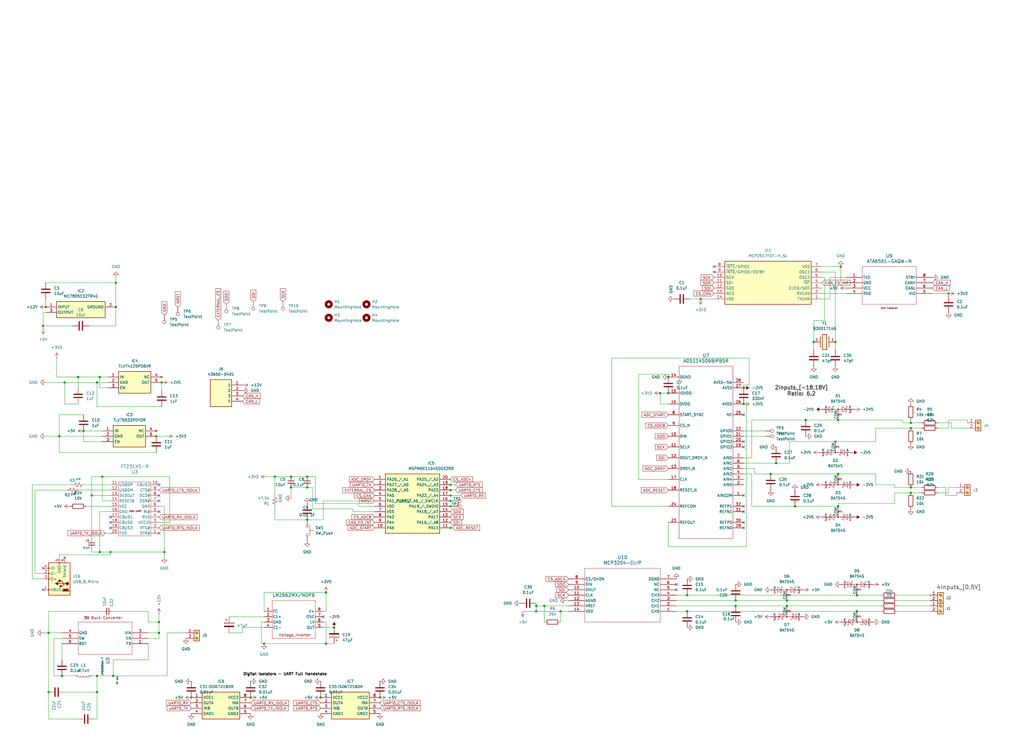
<source format=kicad_sch>
(kicad_sch (version 20250114) (generator "eeschema") (generator_version "9.0")
  (paper "User" 482.6 355.6)
  (title_block (title "Low Voltage Sensor") (date "08-22-25") (rev "0.1") (company "UTA FSAE") (comment 1 "Complete Redesign by Manish"))
  (text "2Inputs_[-18,18V]\nRatio: 6.2\n" (at 377.698 184.404 0) (effects (font (size 1.778 1.778) (thickness 0.3556) (bold yes))))
  (text "4Inputs_[0,5V]" (at 451.866 277.114 0) (effects (font (size 1.905 1.905) (thickness 0.254) (bold yes))))
  (text "Digital Isolators - UART Full Handshake\n" (at 134.366 318.008 0) (effects (font (size 1.27 1.27) (thickness 0.254) (bold yes))))
  (junction (at 179.07 328.93))
  (junction (at 447.04 138.43))
  (junction (at 394.97 238.76))
  (junction (at 45.72 318.77))
  (junction (at 118.11 328.93))
  (junction (at 144.78 229.87))
  (junction (at 212.344 248.92))
  (junction (at 311.15 185.42))
  (junction (at 45.72 326.39))
  (junction (at 153.67 279.4))
  (junction (at 429.26 199.39))
  (junction (at 144.78 245.11))
  (junction (at 30.48 180.34))
  (junction (at 393.7 208.28))
  (junction (at 153.67 303.53))
  (junction (at 403.86 280.67))
  (junction (at 314.96 185.42))
  (junction (at 76.2 180.34))
  (junction (at 43.18 233.68))
  (junction (at 54.61 133.35))
  (junction (at 124.46 303.53))
  (junction (at 252.73 285.75))
  (junction (at 394.97 198.12))
  (junction (at 429.26 232.41))
  (junction (at 252.73 288.29))
  (junction (at 137.16 224.79))
  (junction (at 52.07 260.35))
  (junction (at 393.7 161.29))
  (junction (at 370.84 283.21))
  (junction (at 346.71 285.75))
  (junction (at 212.344 236.22))
  (junction (at 374.65 238.76))
  (junction (at 90.17 328.93))
  (junction (at 45.72 180.34))
  (junction (at 21.59 144.78))
  (junction (at 27.94 205.74))
  (junction (at 73.66 205.74))
  (junction (at 77.47 260.35))
  (junction (at 46.99 177.8))
  (junction (at 396.24 125.73))
  (junction (at 323.85 280.67))
  (junction (at 212.344 228.6))
  (junction (at 350.52 182.88))
  (junction (at 314.96 177.8))
  (junction (at 365.76 218.44))
  (junction (at 48.26 224.79))
  (junction (at 212.344 233.68))
  (junction (at 403.86 288.29))
  (junction (at 429.26 229.87))
  (junction (at 22.86 326.39))
  (junction (at 363.22 223.52))
  (junction (at 157.48 295.91))
  (junction (at 370.84 285.75))
  (junction (at 137.16 229.87))
  (junction (at 256.54 285.75))
  (junction (at 46.99 260.35))
  (junction (at 323.85 288.29))
  (junction (at 346.71 283.21))
  (junction (at 20.32 153.67))
  (junction (at 330.2 140.97))
  (junction (at 54.61 144.78))
  (junction (at 394.97 223.52))
  (junction (at 264.16 288.29))
  (junction (at 350.52 190.5))
  (junction (at 212.344 238.76))
  (junction (at 29.21 318.77))
  (junction (at 74.93 298.45))
  (junction (at 151.13 328.93))
  (junction (at 129.54 224.79))
  (junction (at 144.78 224.79))
  (junction (at 74.93 293.37))
  (junction (at 36.83 177.8))
  (junction (at 379.73 198.12))
  (junction (at 212.344 231.14))
  (junction (at 53.34 318.77))
  (junction (at 39.37 203.2))
  (junction (at 383.54 161.29))
  (junction (at 429.26 201.93))
  (junction (at 22.86 298.45))
  (no_connect (at 318.77 278.13))
  (no_connect (at 52.07 243.84))
  (no_connect (at 30.48 262.89))
  (no_connect (at 20.32 278.13))
  (no_connect (at 350.52 233.68))
  (no_connect (at 336.55 125.73))
  (no_connect (at 350.52 246.38))
  (no_connect (at 74.93 236.22))
  (no_connect (at 20.32 267.97))
  (no_connect (at 350.52 195.58))
  (no_connect (at 318.77 275.59))
  (no_connect (at 74.93 251.46))
  (no_connect (at 350.52 248.92))
  (no_connect (at 336.55 128.27))
  (no_connect (at 152.4 290.83))
  (no_connect (at 350.52 241.3))
  (no_connect (at 350.52 210.82))
  (no_connect (at 350.52 238.76))
  (no_connect (at 350.52 208.28))
  (no_connect (at 52.07 246.38))
  (no_connect (at 74.93 241.3))
  (no_connect (at 74.93 228.6))
  (no_connect (at 74.93 233.68))
  (no_connect (at 52.07 248.92))
  (wire (pts (xy 22.86 298.45) (xy 22.86 326.39)))
  (wire (pts (xy 391.16 130.81) (xy 398.78 130.81)))
  (wire (pts (xy 403.86 288.29) (xy 415.29 288.29)))
  (wire (pts (xy 54.61 133.35) (xy 54.61 130.81)))
  (wire (pts (xy 388.62 130.81) (xy 388.62 151.13)))
  (wire (pts (xy 264.16 288.29) (xy 267.97 288.29)))
  (wire (pts (xy 124.46 288.29) (xy 124.46 279.4)))
  (wire (pts (xy 39.37 195.58) (xy 27.94 195.58)))
  (wire (pts (xy 350.52 203.2) (xy 360.68 203.2)))
  (wire (pts (xy 264.16 288.29) (xy 264.16 293.37)))
  (wire (pts (xy 387.35 130.81) (xy 388.62 130.81)))
  (wire (pts (xy 318.77 283.21) (xy 346.71 283.21)))
  (wire (pts (xy 353.06 168.91) (xy 353.06 181.61)))
  (wire (pts (xy 350.52 205.74) (xy 360.68 205.74)))
  (wire (pts (xy 300.99 226.06) (xy 300.99 176.53)))
  (wire (pts (xy 124.46 293.37) (xy 123.19 293.37)))
  (wire (pts (xy 123.19 303.53) (xy 124.46 303.53)))
  (wire (pts (xy 394.97 237.49) (xy 394.97 238.76)))
  (wire (pts (xy 48.26 236.22) (xy 48.26 224.79)))
  (wire (pts (xy 212.09 233.68) (xy 212.344 233.68)))
  (wire (pts (xy 73.66 205.74) (xy 78.74 205.74)))
  (wire (pts (xy 212.344 236.22) (xy 213.36 236.22)))
  (wire (pts (xy 447.04 229.87) (xy 450.85 229.87)))
  (wire (pts (xy 137.16 224.79) (xy 144.78 224.79)))
  (wire (pts (xy 27.94 205.74) (xy 48.26 205.74)))
  (wire (pts (xy 15.24 228.6) (xy 15.24 273.05)))
  (wire (pts (xy 445.77 233.68) (xy 450.85 233.68)))
  (wire (pts (xy 354.33 215.9) (xy 350.52 215.9)))
  (wire (pts (xy 346.71 285.75) (xy 370.84 285.75)))
  (wire (pts (xy 43.18 259.08) (xy 43.18 260.35)))
  (wire (pts (xy 129.54 224.79) (xy 137.16 224.79)))
  (wire (pts (xy 69.85 300.99) (xy 74.93 300.99)))
  (wire (pts (xy 148.59 237.49) (xy 148.59 224.79)))
  (wire (pts (xy 314.96 226.06) (xy 300.99 226.06)))
  (wire (pts (xy 266.7 283.21) (xy 267.97 283.21)))
  (wire (pts (xy 53.34 318.77) (xy 45.72 318.77)))
  (wire (pts (xy 252.73 285.75) (xy 252.73 288.29)))
  (wire (pts (xy 379.73 198.12) (xy 394.97 198.12)))
  (wire (pts (xy 77.47 262.89) (xy 77.47 260.35)))
  (wire (pts (xy 27.94 261.62) (xy 52.07 261.62)))
  (wire (pts (xy 152.4 236.22) (xy 152.4 245.11)))
  (wire (pts (xy 152.4 245.11) (xy 144.78 245.11)))
  (wire (pts (xy 45.72 326.39) (xy 45.72 318.77)))
  (wire (pts (xy 69.85 311.15) (xy 53.34 311.15)))
  (wire (pts (xy 441.96 199.39) (xy 448.31 199.39)))
  (wire (pts (xy 29.21 298.45) (xy 22.86 298.45)))
  (wire (pts (xy 394.97 223.52) (xy 363.22 223.52)))
  (wire (pts (xy 15.24 273.05) (xy 20.32 273.05)))
  (wire (pts (xy 74.93 246.38) (xy 80.01 246.38)))
  (wire (pts (xy 383.54 151.13) (xy 383.54 161.29)))
  (wire (pts (xy 425.45 198.12) (xy 425.45 199.39)))
  (wire (pts (xy 50.8 177.8) (xy 46.99 177.8)))
  (wire (pts (xy 77.47 238.76) (xy 77.47 260.35)))
  (wire (pts (xy 441.96 232.41) (xy 447.04 232.41)))
  (wire (pts (xy 422.91 280.67) (xy 438.15 280.67)))
  (wire (pts (xy 78.74 318.77) (xy 78.74 298.45)))
  (wire (pts (xy 52.07 260.35) (xy 77.47 260.35)))
  (wire (pts (xy 212.09 228.6) (xy 212.344 228.6)))
  (wire (pts (xy 46.99 241.3) (xy 46.99 260.35)))
  (wire (pts (xy 393.7 161.29) (xy 393.7 165.1)))
  (wire (pts (xy 48.26 208.28) (xy 39.37 208.28)))
  (wire (pts (xy 54.61 133.35) (xy 54.61 144.78)))
  (wire (pts (xy 45.72 339.09) (xy 45.72 326.39)))
  (wire (pts (xy 393.7 128.27) (xy 387.35 128.27)))
  (wire (pts (xy 107.95 290.83) (xy 124.46 290.83)))
  (wire (pts (xy 45.72 191.77) (xy 45.72 180.34)))
  (wire (pts (xy 351.79 190.5) (xy 350.52 190.5)))
  (wire (pts (xy 351.79 257.81) (xy 351.79 190.5)))
  (wire (pts (xy 314.96 176.53) (xy 314.96 177.8)))
  (wire (pts (xy 403.86 280.67) (xy 415.29 280.67)))
  (wire (pts (xy 429.26 198.12) (xy 429.26 199.39)))
  (wire (pts (xy 129.54 224.79) (xy 129.54 233.68)))
  (wire (pts (xy 300.99 176.53) (xy 314.96 176.53)))
  (wire (pts (xy 412.75 228.6) (xy 421.64 228.6)))
  (wire (pts (xy 288.29 238.76) (xy 288.29 168.91)))
  (wire (pts (xy 394.97 237.49) (xy 421.64 237.49)))
  (wire (pts (xy 36.83 190.5) (xy 30.48 190.5)))
  (wire (pts (xy 43.18 233.68) (xy 52.07 233.68)))
  (wire (pts (xy 52.07 236.22) (xy 48.26 236.22)))
  (wire (pts (xy 391.16 140.97) (xy 391.16 130.81)))
  (wire (pts (xy 212.344 233.68) (xy 217.17 233.68)))
  (wire (pts (xy 372.11 208.28) (xy 372.11 218.44)))
  (wire (pts (xy 314.96 257.81) (xy 351.79 257.81)))
  (wire (pts (xy 16.51 231.14) (xy 16.51 270.51)))
  (wire (pts (xy 323.85 288.29) (xy 403.86 288.29)))
  (wire (pts (xy 212.09 248.92) (xy 212.344 248.92)))
  (wire (pts (xy 20.32 147.32) (xy 20.32 153.67)))
  (wire (pts (xy 396.24 133.35) (xy 396.24 125.73)))
  (wire (pts (xy 114.3 295.91) (xy 114.3 298.45)))
  (wire (pts (xy 445.77 229.87) (xy 445.77 233.68)))
  (wire (pts (xy 76.2 191.77) (xy 45.72 191.77)))
  (wire (pts (xy 212.09 243.84) (xy 212.344 243.84)))
  (wire (pts (xy 20.32 154.94) (xy 20.32 153.67)))
  (wire (pts (xy 355.6 220.98) (xy 350.52 220.98)))
  (wire (pts (xy 45.72 318.77) (xy 43.18 318.77)))
  (wire (pts (xy 34.29 153.67) (xy 20.32 153.67)))
  (wire (pts (xy 393.7 128.27) (xy 393.7 161.29)))
  (wire (pts (xy 153.67 293.37) (xy 153.67 303.53)))
  (wire (pts (xy 447.04 198.12) (xy 455.93 198.12)))
  (wire (pts (xy 46.99 241.3) (xy 52.07 241.3)))
  (wire (pts (xy 212.09 241.3) (xy 212.344 241.3)))
  (wire (pts (xy 123.19 293.37) (xy 123.19 303.53)))
  (wire (pts (xy 336.55 140.97) (xy 330.2 140.97)))
  (wire (pts (xy 212.09 231.14) (xy 212.344 231.14)))
  (wire (pts (xy 29.21 300.99) (xy 25.4 300.99)))
  (wire (pts (xy 412.75 223.52) (xy 394.97 223.52)))
  (wire (pts (xy 168.91 237.49) (xy 148.59 237.49)))
  (wire (pts (xy 429.26 229.87) (xy 434.34 229.87)))
  (wire (pts (xy 354.33 238.76) (xy 354.33 223.52)))
  (wire (pts (xy 153.67 303.53) (xy 157.48 303.53)))
  (wire (pts (xy 354.33 198.12) (xy 354.33 215.9)))
  (wire (pts (xy 425.45 199.39) (xy 429.26 199.39)))
  (wire (pts (xy 26.67 168.91) (xy 26.67 177.8)))
  (wire (pts (xy 429.26 229.87) (xy 421.64 229.87)))
  (wire (pts (xy 387.35 138.43) (xy 398.78 138.43)))
  (wire (pts (xy 439.42 138.43) (xy 447.04 138.43)))
  (wire (pts (xy 54.61 153.67) (xy 54.61 144.78)))
  (wire (pts (xy 39.37 203.2) (xy 48.26 203.2)))
  (wire (pts (xy 78.74 298.45) (xy 87.63 298.45)))
  (wire (pts (xy 252.73 288.29) (xy 264.16 288.29)))
  (wire (pts (xy 21.59 133.35) (xy 54.61 133.35)))
  (wire (pts (xy 212.09 246.38) (xy 212.344 246.38)))
  (wire (pts (xy 267.97 285.75) (xy 256.54 285.75)))
  (wire (pts (xy 212.344 238.76) (xy 213.36 238.76)))
  (wire (pts (xy 350.52 218.44) (xy 365.76 218.44)))
  (wire (pts (xy 36.83 177.8) (xy 36.83 182.88)))
  (wire (pts (xy 370.84 285.75) (xy 415.29 285.75)))
  (wire (pts (xy 16.51 270.51) (xy 20.32 270.51)))
  (wire (pts (xy 422.91 288.29) (xy 438.15 288.29)))
  (wire (pts (xy 393.7 208.28) (xy 372.11 208.28)))
  (wire (pts (xy 314.96 246.38) (xy 314.96 257.81)))
  (wire (pts (xy 421.64 232.41) (xy 421.64 237.49)))
  (wire (pts (xy 35.56 318.77) (xy 29.21 318.77)))
  (wire (pts (xy 46.99 177.8) (xy 36.83 177.8)))
  (wire (pts (xy 29.21 303.53) (xy 29.21 311.15)))
  (wire (pts (xy 450.85 233.68) (xy 450.85 232.41)))
  (wire (pts (xy 46.99 182.88) (xy 46.99 177.8)))
  (wire (pts (xy 363.22 223.52) (xy 355.6 223.52)))
  (wire (pts (xy 53.34 311.15) (xy 53.34 318.77)))
  (wire (pts (xy 212.344 248.92) (xy 213.36 248.92)))
  (wire (pts (xy 153.67 303.53) (xy 124.46 303.53)))
  (wire (pts (xy 168.91 237.49) (xy 168.91 238.76)))
  (wire (pts (xy 429.26 201.93) (xy 434.34 201.93)))
  (wire (pts (xy 288.29 168.91) (xy 353.06 168.91)))
  (wire (pts (xy 256.54 285.75) (xy 252.73 285.75)))
  (wire (pts (xy 36.83 231.14) (xy 52.07 231.14)))
  (wire (pts (xy 44.45 339.09) (xy 45.72 339.09)))
  (wire (pts (xy 152.4 288.29) (xy 153.67 288.29)))
  (wire (pts (xy 21.59 140.97) (xy 21.59 144.78)))
  (wire (pts (xy 350.52 181.61) (xy 350.52 182.88)))
  (wire (pts (xy 212.09 238.76) (xy 212.344 238.76)))
  (wire (pts (xy 448.31 199.39) (xy 448.31 201.93)))
  (wire (pts (xy 353.06 181.61) (xy 350.52 181.61)))
  (wire (pts (xy 22.86 288.29) (xy 22.86 298.45)))
  (wire (pts (xy 124.46 279.4) (xy 153.67 279.4)))
  (wire (pts (xy 30.48 190.5) (xy 30.48 180.34)))
  (wire (pts (xy 53.34 288.29) (xy 69.85 288.29)))
  (wire (pts (xy 16.51 231.14) (xy 31.75 231.14)))
  (wire (pts (xy 394.97 238.76) (xy 374.65 238.76)))
  (wire (pts (xy 43.18 224.79) (xy 48.26 224.79)))
  (wire (pts (xy 398.78 133.35) (xy 396.24 133.35)))
  (wire (pts (xy 168.91 238.76) (xy 176.53 238.76)))
  (wire (pts (xy 74.93 293.37) (xy 74.93 289.56)))
  (wire (pts (xy 325.12 140.97) (xy 330.2 140.97)))
  (wire (pts (xy 45.72 180.34) (xy 50.8 180.34)))
  (wire (pts (xy 429.26 232.41) (xy 434.34 232.41)))
  (wire (pts (xy 21.59 147.32) (xy 20.32 147.32)))
  (wire (pts (xy 74.93 238.76) (xy 77.47 238.76)))
  (wire (pts (xy 421.64 229.87) (xy 421.64 228.6)))
  (wire (pts (xy 22.86 339.09) (xy 22.86 326.39)))
  (wire (pts (xy 41.91 153.67) (xy 54.61 153.67)))
  (wire (pts (xy 53.34 318.77) (xy 78.74 318.77)))
  (wire (pts (xy 355.6 223.52) (xy 355.6 220.98)))
  (wire (pts (xy 25.4 318.77) (xy 29.21 318.77)))
  (wire (pts (xy 25.4 300.99) (xy 25.4 318.77)))
  (wire (pts (xy 388.62 151.13) (xy 383.54 151.13)))
  (wire (pts (xy 387.35 125.73) (xy 396.24 125.73)))
  (wire (pts (xy 124.46 295.91) (xy 114.3 295.91)))
  (wire (pts (xy 412.75 201.93) (xy 429.26 201.93)))
  (wire (pts (xy 39.37 208.28) (xy 39.37 203.2)))
  (wire (pts (xy 422.91 283.21) (xy 438.15 283.21)))
  (wire (pts (xy 354.33 198.12) (xy 379.73 198.12)))
  (wire (pts (xy 148.59 224.79) (xy 144.78 224.79)))
  (wire (pts (xy 152.4 295.91) (xy 157.48 295.91)))
  (wire (pts (xy 69.85 293.37) (xy 74.93 293.37)))
  (wire (pts (xy 318.77 280.67) (xy 323.85 280.67)))
  (wire (pts (xy 74.93 300.99) (xy 74.93 298.45)))
  (wire (pts (xy 27.94 262.89) (xy 27.94 261.62)))
  (wire (pts (xy 252.73 285.75) (xy 252.73 284.48)))
  (wire (pts (xy 318.77 285.75) (xy 346.71 285.75)))
  (wire (pts (xy 69.85 288.29) (xy 69.85 293.37)))
  (wire (pts (xy 152.4 293.37) (xy 153.67 293.37)))
  (wire (pts (xy 166.37 241.3) (xy 176.53 241.3)))
  (wire (pts (xy 52.07 261.62) (xy 52.07 260.35)))
  (wire (pts (xy 49.53 251.46) (xy 52.07 251.46)))
  (wire (pts (xy 137.16 229.87) (xy 137.16 234.95)))
  (wire (pts (xy 447.04 232.41) (xy 447.04 229.87)))
  (wire (pts (xy 137.16 229.87) (xy 144.78 229.87)))
  (wire (pts (xy 323.85 280.67) (xy 403.86 280.67)))
  (wire (pts (xy 455.93 198.12) (xy 455.93 199.39)))
  (wire (pts (xy 129.54 245.11) (xy 144.78 245.11)))
  (wire (pts (xy 447.04 201.93) (xy 447.04 198.12)))
  (wire (pts (xy 354.33 223.52) (xy 350.52 223.52)))
  (wire (pts (xy 412.75 208.28) (xy 393.7 208.28)))
  (wire (pts (xy 318.77 288.29) (xy 323.85 288.29)))
  (wire (pts (xy 314.96 238.76) (xy 288.29 238.76)))
  (wire (pts (xy 383.54 161.29) (xy 383.54 165.1)))
  (wire (pts (xy 48.26 224.79) (xy 80.01 224.79)))
  (wire (pts (xy 422.91 285.75) (xy 438.15 285.75)))
  (wire (pts (xy 256.54 285.75) (xy 256.54 293.37)))
  (wire (pts (xy 152.4 236.22) (xy 176.53 236.22)))
  (wire (pts (xy 374.65 238.76) (xy 354.33 238.76)))
  (wire (pts (xy 114.3 298.45) (xy 107.95 298.45)))
  (wire (pts (xy 36.83 339.09) (xy 22.86 339.09)))
  (wire (pts (xy 246.38 288.29) (xy 252.73 288.29)))
  (wire (pts (xy 153.67 288.29) (xy 153.67 279.4)))
  (wire (pts (xy 412.75 228.6) (xy 412.75 223.52)))
  (wire (pts (xy 27.94 213.36) (xy 27.94 205.74)))
  (wire (pts (xy 69.85 303.53) (xy 69.85 311.15)))
  (wire (pts (xy 311.15 190.5) (xy 314.96 190.5)))
  (wire (pts (xy 212.344 231.14) (xy 214.63 231.14)))
  (wire (pts (xy 429.26 232.41) (xy 421.64 232.41)))
  (wire (pts (xy 30.48 326.39) (xy 45.72 326.39)))
  (wire (pts (xy 429.26 199.39) (xy 434.34 199.39)))
  (wire (pts (xy 39.37 228.6) (xy 52.07 228.6)))
  (wire (pts (xy 365.76 218.44) (xy 372.11 218.44)))
  (wire (pts (xy 394.97 198.12) (xy 425.45 198.12)))
  (wire (pts (xy 76.2 180.34) (xy 76.2 184.15)))
  (wire (pts (xy 212.09 226.06) (xy 212.344 226.06)))
  (wire (pts (xy 73.66 213.36) (xy 27.94 213.36)))
  (wire (pts (xy 43.18 260.35) (xy 46.99 260.35)))
  (wire (pts (xy 441.96 229.87) (xy 445.77 229.87)))
  (wire (pts (xy 21.59 180.34) (xy 30.48 180.34)))
  (wire (pts (xy 212.09 236.22) (xy 212.344 236.22)))
  (wire (pts (xy 412.75 201.93) (xy 412.75 208.28)))
  (wire (pts (xy 36.83 177.8) (xy 26.67 177.8)))
  (wire (pts (xy 311.15 185.42) (xy 311.15 190.5)))
  (wire (pts (xy 50.8 182.88) (xy 46.99 182.88)))
  (wire (pts (xy 147.32 240.03) (xy 147.32 229.87)))
  (wire (pts (xy 21.59 205.74) (xy 27.94 205.74)))
  (wire (pts (xy 447.04 138.43) (xy 447.04 139.7)))
  (wire (pts (xy 212.344 228.6) (xy 214.63 228.6)))
  (wire (pts (xy 147.32 229.87) (xy 144.78 229.87)))
  (wire (pts (xy 125.73 224.79) (xy 129.54 224.79)))
  (wire (pts (xy 311.15 185.42) (xy 314.96 185.42)))
  (wire (pts (xy 30.48 180.34) (xy 45.72 180.34)))
  (wire (pts (xy 346.71 283.21) (xy 370.84 283.21)))
  (wire (pts (xy 129.54 238.76) (xy 129.54 245.11)))
  (wire (pts (xy 80.01 246.38) (xy 80.01 224.79)))
  (wire (pts (xy 46.99 260.35) (xy 52.07 260.35)))
  (wire (pts (xy 43.18 224.79) (xy 43.18 233.68)))
  (wire (pts (xy 40.64 238.76) (xy 52.07 238.76)))
  (wire (pts (xy 69.85 298.45) (xy 74.93 298.45)))
  (wire (pts (xy 43.18 233.68) (xy 43.18 254)))
  (wire (pts (xy 48.26 288.29) (xy 22.86 288.29)))
  (wire (pts (xy 166.37 240.03) (xy 166.37 241.3)))
  (wire (pts (xy 387.35 140.97) (xy 391.16 140.97)))
  (wire (pts (xy 74.93 298.45) (xy 74.93 293.37)))
  (wire (pts (xy 22.86 298.45) (xy 20.32 298.45)))
  (wire (pts (xy 370.84 283.21) (xy 415.29 283.21)))
  (wire (pts (xy 15.24 228.6) (xy 34.29 228.6)))
  (wire (pts (xy 166.37 240.03) (xy 147.32 240.03)))
  (wire (pts (xy 448.31 201.93) (xy 455.93 201.93)))
  (wire (pts (xy 27.94 195.58) (xy 27.94 205.74)))
  (wire (pts (xy 441.96 201.93) (xy 447.04 201.93)))
  (label "5V out" (at 55.88 318.77 270) (effects (font (size 0.762 0.762))))
  (global_label "EXTERNAL_CS" (shape input) (at 176.53 231.14 180) (property "Intersheetrefs" "${INTERSHEET_REFS}" (effects (hide yes))))
  (global_label "UART0_RX" (shape input) (at 217.17 233.68 0) (property "Intersheetrefs" "${INTERSHEET_REFS}" (effects (hide yes))))
  (global_label "SCK" (shape input) (at 133.35 142.24 90) (property "Intersheetrefs" "${INTERSHEET_REFS}" (effects (hide yes))))
  (global_label "CS_ADC8" (shape input) (at 314.96 200.66 180) (property "Intersheetrefs" "${INTERSHEET_REFS}" (effects (hide yes))))
  (global_label "UART0_TX_ISOLA" (shape input) (at 49.53 251.46 180) (property "Intersheetrefs" "${INTERSHEET_REFS}" (effects (hide yes))))
  (global_label "CS_ADC4" (shape input) (at 267.97 273.05 180) (property "Intersheetrefs" "${INTERSHEET_REFS}" (effects (hide yes))))
  (global_label "CAN_H" (shape input) (at 114.3 186.69 0) (property "Intersheetrefs" "${INTERSHEET_REFS}" (effects (hide yes))))
  (global_label "SDO" (shape input) (at 336.55 133.35 180) (property "Intersheetrefs" "${INTERSHEET_REFS}" (effects (hide yes))))
  (global_label "UART0_RX_ISOLA" (shape input) (at 74.93 243.84 0) (property "Intersheetrefs" "${INTERSHEET_REFS}" (effects (hide yes))))
  (global_label "SDI" (shape input) (at 336.55 135.89 180) (property "Intersheetrefs" "${INTERSHEET_REFS}" (effects (hide yes))))
  (global_label "UART0_RX" (shape input) (at 90.17 331.47 180) (property "Intersheetrefs" "${INTERSHEET_REFS}" (effects (hide yes))))
  (global_label "UART0_RTS" (shape input) (at 214.63 228.6 0) (property "Intersheetrefs" "${INTERSHEET_REFS}" (effects (hide yes))))
  (global_label "SDI" (shape input) (at 119.38 142.24 90) (property "Intersheetrefs" "${INTERSHEET_REFS}" (effects (hide yes))))
  (global_label "ADC_DRDY" (shape input) (at 176.53 226.06 180) (property "Intersheetrefs" "${INTERSHEET_REFS}" (effects (hide yes))))
  (global_label "UART0_RX_ISOLA" (shape input) (at 118.11 331.47 0) (property "Intersheetrefs" "${INTERSHEET_REFS}" (effects (hide yes))))
  (global_label "SDO" (shape input) (at 106.68 143.51 90) (property "Intersheetrefs" "${INTERSHEET_REFS}" (effects (hide yes))))
  (global_label "SDI" (shape input) (at 212.09 246.38 0) (property "Intersheetrefs" "${INTERSHEET_REFS}" (effects (hide yes))))
  (global_label "SDO" (shape input) (at 212.09 241.3 0) (property "Intersheetrefs" "${INTERSHEET_REFS}" (effects (hide yes))))
  (global_label "UART0_TX" (shape input) (at 176.53 228.6 180) (property "Intersheetrefs" "${INTERSHEET_REFS}" (effects (hide yes))))
  (global_label "SCK" (shape input) (at 267.97 280.67 180) (property "Intersheetrefs" "${INTERSHEET_REFS}" (effects (hide yes))))
  (global_label "SCK" (shape input) (at 314.96 210.82 180) (property "Intersheetrefs" "${INTERSHEET_REFS}" (effects (hide yes))))
  (global_label "UART0_TX_ISOLA" (shape input) (at 118.11 334.01 0) (property "Intersheetrefs" "${INTERSHEET_REFS}" (effects (hide yes))))
  (global_label "CS_CAN" (shape input) (at 336.55 138.43 180) (property "Intersheetrefs" "${INTERSHEET_REFS}" (effects (hide yes))))
  (global_label "ADC_START" (shape input) (at 314.96 195.58 180) (property "Intersheetrefs" "${INTERSHEET_REFS}" (effects (hide yes))))
  (global_label "CAN_L" (shape input) (at 439.42 135.89 0) (property "Intersheetrefs" "${INTERSHEET_REFS}" (effects (hide yes))))
  (global_label "CS_CAN" (shape input) (at 176.53 233.68 180) (property "Intersheetrefs" "${INTERSHEET_REFS}" (effects (hide yes))))
  (global_label "CS_ADC8" (shape input) (at 176.53 243.84 180) (property "Intersheetrefs" "${INTERSHEET_REFS}" (effects (hide yes))))
  (global_label "UART0_TX" (shape input) (at 90.17 334.01 180) (property "Intersheetrefs" "${INTERSHEET_REFS}" (effects (hide yes))))
  (global_label "UART0_RTS_ISOLA" (shape input) (at 74.93 248.92 0) (property "Intersheetrefs" "${INTERSHEET_REFS}" (effects (hide yes))))
  (global_label "UART0_CTS" (shape input) (at 214.63 231.14 0) (property "Intersheetrefs" "${INTERSHEET_REFS}" (effects (hide yes))))
  (global_label "ADC_START" (shape input) (at 176.53 248.92 180) (property "Intersheetrefs" "${INTERSHEET_REFS}" (effects (hide yes))))
  (global_label "CAN_FD_INT" (shape input) (at 176.53 246.38 180) (property "Intersheetrefs" "${INTERSHEET_REFS}" (effects (hide yes))))
  (global_label "UART0_CTS_ISOLA" (shape input) (at 179.07 331.47 0) (property "Intersheetrefs" "${INTERSHEET_REFS}" (effects (hide yes))))
  (global_label "ADC_RESET" (shape input) (at 314.96 231.14 180) (property "Intersheetrefs" "${INTERSHEET_REFS}" (effects (hide yes))))
  (global_label "EXTERNAL_CS" (shape input) (at 102.87 151.13 90) (property "Intersheetrefs" "${INTERSHEET_REFS}" (effects (hide yes))))
  (global_label "ADC_DRDY" (shape input) (at 314.96 220.98 180) (property "Intersheetrefs" "${INTERSHEET_REFS}" (effects (hide yes))))
  (global_label "CAN_L" (shape input) (at 114.3 189.23 0) (property "Intersheetrefs" "${INTERSHEET_REFS}" (effects (hide yes))))
  (global_label "UART0_CTS" (shape input) (at 151.13 331.47 180) (property "Intersheetrefs" "${INTERSHEET_REFS}" (effects (hide yes))))
  (global_label "SDI" (shape input) (at 314.96 215.9 180) (property "Intersheetrefs" "${INTERSHEET_REFS}" (effects (hide yes))))
  (global_label "CAN_FD_INT" (shape input) (at 387.35 133.35 0) (property "Intersheetrefs" "${INTERSHEET_REFS}" (effects (hide yes))))
  (global_label "SDI" (shape input) (at 267.97 278.13 180) (property "Intersheetrefs" "${INTERSHEET_REFS}" (effects (hide yes))))
  (global_label "SCK" (shape input) (at 212.09 243.84 0) (property "Intersheetrefs" "${INTERSHEET_REFS}" (effects (hide yes))))
  (global_label "UART0_RTS" (shape input) (at 151.13 334.01 180) (property "Intersheetrefs" "${INTERSHEET_REFS}" (effects (hide yes))))
  (global_label "UART0_RTS_ISOLA" (shape input) (at 179.07 334.01 0) (property "Intersheetrefs" "${INTERSHEET_REFS}" (effects (hide yes))))
  (global_label "CS_ADC4" (shape input) (at 212.09 226.06 0) (property "Intersheetrefs" "${INTERSHEET_REFS}" (effects (hide yes))))
  (global_label "NRST" (shape input) (at 83.82 144.78 90) (property "Intersheetrefs" "${INTERSHEET_REFS}" (effects (hide yes))))
  (global_label "NRST" (shape input) (at 176.53 236.22 180) (property "Intersheetrefs" "${INTERSHEET_REFS}" (effects (hide yes))))
  (global_label "GND" (shape input) (at 77.47 148.59 90) (property "Intersheetrefs" "${INTERSHEET_REFS}" (effects (hide yes))))
  (global_label "SDO" (shape input) (at 314.96 205.74 180) (property "Intersheetrefs" "${INTERSHEET_REFS}" (effects (hide yes))))
  (global_label "CAN_H" (shape input) (at 439.42 133.35 0) (property "Intersheetrefs" "${INTERSHEET_REFS}" (effects (hide yes))))
  (global_label "ADC_RESET" (shape input) (at 213.36 248.92 0) (property "Intersheetrefs" "${INTERSHEET_REFS}" (effects (hide yes))))
  (global_label "UART0_CTS_ISOLA" (shape input) (at 74.93 231.14 0) (property "Intersheetrefs" "${INTERSHEET_REFS}" (effects (hide yes))))
  (global_label "SDO" (shape input) (at 267.97 275.59 180) (property "Intersheetrefs" "${INTERSHEET_REFS}" (effects (hide yes))))
  (global_label "SCK" (shape input) (at 336.55 130.81 180) (property "Intersheetrefs" "${INTERSHEET_REFS}" (effects (hide yes))))
  (symbol (lib_id "power:GND") (at 323.85 273.05 90) (unit 1)
    (property "Reference" "#PWR058" (effects (hide yes)))
    (property "Value" "GND" (at 327.66 273.0499 90) (effects (justify right)))
    (property "Description" "Power symbol creates a global label with name \"GND\" , ground" (effects (hide yes)))
  )
  (symbol (lib_id "Diode:BAT54S") (at 370.84 278.13 0) (unit 1)
    (property "Reference" "D6" (at 370.84 271.78 0))
    (property "Value" "BAT54S" (at 370.84 274.32 0))
    (property "Footprint" "Package_TO_SOT_SMD:SOT-23-3" (effects (hide yes)))
    (property "Datasheet" "https://www.diodes.com/assets/Datasheets/ds11005.pdf" (effects (hide yes)))
    (property "Description" "Vr 30V, If 200mA, Dual schottky barrier diode, in series, SOT-323" (effects (hide yes)))
  )
  (symbol (lib_id "Connector:Screw_Terminal_01x02") (at 461.01 199.39 0) (unit 1)
    (property "Reference" "J4" (at 463.55 200.6599 0) (effects (justify left)))
    (property "Value" "Screw_Terminal_01x02" (effects (hide yes)))
    (property "Footprint" "TerminalBlock_MetzConnect:TerminalBlock_MetzConnect_Type059_RT06302HBWC_1x02_P3.50mm_Horizontal" (effects (hide yes)))
    (property "Datasheet" "https://www.mouser.com/ProductDetail/GCT/TAD05-02-1-L-G?qs=sGAEpiMZZMvPvGwLNS671%252B7aWYNAXBhXubiN9UBg%2FHrlZvvKM4WA6w%3D%3D" (effects (hide yes)))
    (property "Description" "Generic screw terminal, single row, 01x02, script generated (kicad-library-utils/schlib/autogen/connector/)" (effects (hide yes)))
    (property "mouser" "https://www.mouser.com/ProductDetail/GCT/TAD05-02-1-L-G?qs=sGAEpiMZZMvPvGwLNS671%252B7aWYNAXBhXubiN9UBg%2FHrlZvvKM4WA6w%3D%3D" (effects (hide yes)))
  )
  (symbol (lib_id "Device:R") (at 419.1 280.67 90) (unit 1)
    (property "Reference" "R8" (at 419.1 280.67 90))
    (property "Value" "20k" (at 419.1 278.638 90))
    (property "Footprint" "Resistor_SMD:R_1206_3216Metric_Pad1.30x1.75mm_HandSolder" (effects (hide yes)))
    (property "Description" "Resistor" (effects (hide yes)))
    (property "mouser" "https://www.mouser.com/ProductDetail/Vishay/CRCW120620K0JNEA?qs=sGAEpiMZZMvdGkrng054tygjBeyq%2FOAOZnXxDW5p8TM%3D" (effects (hide yes)))
  )
  (symbol (lib_id "Device:C_Polarized") (at 157.48 299.72 180) (unit 1)
    (property "Reference" "C19" (at 161.29 299.3389 0) (effects (justify right)))
    (property "Value" "47µF" (at 161.29 301.8789 0) (effects (justify right)))
    (property "Footprint" "Capacitor_SMD:C_1206_3216Metric_Pad1.33x1.80mm_HandSolder" (effects (hide yes)))
    (property "Description" "Polarized capacitor" (effects (hide yes)))
    (property "mouser" "https://www.mouser.com/ProductDetail/KYOCERA-AVX/F930J476MAA?qs=sGAEpiMZZMsh%252B1woXyUXjx8BsXRNKjx1BY8EFFJAJGY%3D" (effects (hide yes)))
  )
  (symbol (lib_id "power:+3V3") (at 447.04 138.43 270) (unit 1)
    (property "Reference" "#PWR078" (effects (hide yes)))
    (property "Value" "+3V3" (at 450.85 138.4299 90) (effects (justify left)))
    (property "Description" "Power symbol creates a global label with name \"+3V3\"" (effects (hide yes)))
  )
  (symbol (lib_id "power:GND") (at 151.13 336.55 0) (unit 1)
    (property "Reference" "#PWR064" (effects (hide yes)))
    (property "Value" "GND" (at 151.13 341.63 0))
    (property "Description" "Power symbol creates a global label with name \"GND\" , ground" (effects (hide yes)))
  )
  (symbol (lib_id "power:+5V") (at 378.46 278.13 270) (unit 1)
    (property "Reference" "#PWR035" (effects (hide yes)))
    (property "Value" "+5V" (at 382.27 278.1299 90) (effects (justify left)))
    (property "Description" "Power symbol creates a global label with name \"+5V\"" (effects (hide yes)))
  )
  (symbol (lib_id "Device:R") (at 429.26 236.22 0) (unit 1)
    (property "Reference" "R22" (at 431.8 234.9499 0) (effects (justify left)))
    (property "Value" "10k" (at 431.8 237.4899 0) (effects (justify left)))
    (property "Footprint" "Resistor_SMD:R_1206_3216Metric_Pad1.30x1.75mm_HandSolder" (effects (hide yes)))
    (property "Description" "Resistor" (effects (hide yes)))
  )
  (symbol (lib_id "power:+3V3") (at 78.74 205.74 270) (unit 1)
    (property "Reference" "#PWR049" (effects (hide yes)))
    (property "Value" "+3V3" (at 82.55 205.7399 90) (effects (justify left)))
    (property "Description" "Power symbol creates a global label with name \"+3V3\"" (effects (hide yes)))
  )
  (symbol (lib_id "power:GND") (at 429.26 190.5 180) (unit 1)
    (property "Reference" "#PWR022" (effects (hide yes)))
    (property "Value" "GND" (at 431.8 189.2299 0) (effects (justify right)))
    (property "Description" "Power symbol creates a global label with name \"GND\" , ground" (effects (hide yes)))
  )
  (symbol (lib_id "Device:C") (at 383.54 168.91 0) (unit 1)
    (property "Reference" "C21" (at 387.35 167.6399 0) (effects (justify left)))
    (property "Value" "47pF" (at 387.35 170.1799 0) (effects (justify left)))
    (property "Footprint" "Capacitor_SMD:C_1206_3216Metric_Pad1.33x1.80mm_HandSolder" (effects (hide yes)))
    (property "Description" "Unpolarized capacitor" (effects (hide yes)))
    (property "mouser" "https://www.mouser.com/ProductDetail/Samsung-Electro-Mechanics/CL31C470JIFNFNE?qs=xZ%2FP%252Ba9zWqY0IxcKjr%252Bovw%3D%3D" (effects (hide yes)))
  )
  (symbol (lib_id "Device:C") (at 26.67 326.39 90) (unit 1)
    (property "Reference" "C24" (at 27.9401 330.2 0) (effects (justify right)))
    (property "Value" "22uF" (at 25.4001 330.2 0) (effects (justify right)))
    (property "Footprint" "Capacitor_SMD:C_1206_3216Metric_Pad1.33x1.80mm_HandSolder" (effects (hide yes)))
    (property "Datasheet" "https://www.samsungsem.com/resources/file/global/support/product_catalog/MLCC.pdf" (effects (hide yes)))
    (property "Description" "Unpolarized capacitor" (effects (hide yes)))
    (property "mouser" "https://www.mouser.com/ProductDetail/Samsung-Electro-Mechanics/CL31A226KAHNNNE?qs=X6jEic%2FHinCdwsjGJII51w%3D%3D" (effects (hide yes)))
    (property "specs" "22 uF, 25VDC, +/-10%, -55C to +85C" (effects (hide yes)))
    (property "unit x10" "0.076" (effects (hide yes)))
  )
  (symbol (lib_id "power:GND") (at 393.7 172.72 0) (unit 1)
    (property "Reference" "#PWR077" (effects (hide yes)))
    (property "Value" "GND" (at 393.7 177.8 0))
    (property "Description" "Power symbol creates a global label with name \"GND\" , ground" (effects (hide yes)))
  )
  (symbol (lib_id "power:GND") (at 90.17 321.31 270) (unit 1)
    (property "Reference" "#PWR066" (effects (hide yes)))
    (property "Value" "GND" (at 86.36 321.3099 90) (effects (justify right)))
    (property "Description" "Power symbol creates a global label with name \"GND\" , ground" (effects (hide yes)))
  )
  (symbol (lib_id "power:GND") (at 429.26 209.55 0) (unit 1)
    (property "Reference" "#PWR025" (effects (hide yes)))
    (property "Value" "GND" (at 431.8 210.8199 0) (effects (justify left)))
    (property "Description" "Power symbol creates a global label with name \"GND\" , ground" (effects (hide yes)))
  )
  (symbol (lib_id "power:GND") (at 87.63 300.99 0) (unit 1)
    (property "Reference" "#PWR047" (effects (hide yes)))
    (property "Value" "GND" (at 87.63 306.07 0))
    (property "Description" "Power symbol creates a global label with name \"GND\" , ground" (effects (hide yes)))
  )
  (symbol (lib_id "power:GND") (at 379.73 205.74 90) (unit 1)
    (property "Reference" "#PWR057" (effects (hide yes)))
    (property "Value" "GND" (at 383.54 205.7399 90) (effects (justify right)))
    (property "Description" "Power symbol creates a global label with name \"GND\" , ground" (effects (hide yes)))
  )
  (symbol (lib_id "Device:C") (at 90.17 325.12 0) (unit 1)
    (property "Reference" "C31" (at 93.98 323.8499 0) (effects (justify left)))
    (property "Value" "0.01uF" (at 93.98 326.3899 0) (effects (justify left)))
    (property "Footprint" "ADC2_AND_4:CAPC3216X140N" (effects (hide yes)))
    (property "Description" "Unpolarized capacitor" (effects (hide yes)))
    (property "Field5" "https://www.mouser.com/ProductDetail/Samsung-Electro-Mechanics/CL31B103KHFNNNE?qs=349EhDEZ59qqhX2Hn1A%2FTg%3D%3D" (effects (hide yes)))
  )
  (symbol (lib_id "power:GND") (at 447.04 147.32 0) (unit 1)
    (property "Reference" "#PWR012" (effects (hide yes)))
    (property "Value" "GND" (at 449.58 148.5899 0) (effects (justify left)))
    (property "Description" "Power symbol creates a global label with name \"GND\" , ground" (effects (hide yes)))
  )
  (symbol (lib_id "power:GND") (at 179.07 336.55 0) (unit 1)
    (property "Reference" "#PWR065" (effects (hide yes)))
    (property "Value" "GND" (at 179.07 341.63 0))
    (property "Description" "Power symbol creates a global label with name \"GND\" , ground" (effects (hide yes)))
  )
  (symbol (lib_id "power:+5V") (at 179.07 328.93 270) (unit 1)
    (property "Reference" "#PWR073" (effects (hide yes)))
    (property "Value" "+5V" (at 182.88 328.9299 90) (effects (justify left)))
    (property "Description" "Power symbol creates a global label with name \"+5V\"" (effects (hide yes)))
  )
  (symbol (lib_id "LV-Sensor-Lib:ADS114S06BIPBSR") (at 332.74 213.36 180) (unit 1)
    (property "Reference" "U7" (at 332.74 167.64 0) (effects (font (size 1.524 1.524))))
    (property "Value" "ADS114S06BIPBSR" (at 332.74 170.18 0) (effects (font (size 1.524 1.524))))
    (property "Footprint" "LV-Sensor-Footprints-Lib:PBS0032A_N" (effects (hide yes)))
    (property "Datasheet" "https://www.ti.com/lit/gpn/ads114s06b" (effects (hide yes)))
    (property "mouser" "https://www.mouser.com/ProductDetail/Texas-Instruments/ADS114S06BIPBSR?qs=BZBei1rCqCCpf9Wu5SWBcA%3D%3D" (effects (hide yes)))
    (property "specs" "16-Bit, 6 Channel, 2.7 V to 5.25 V, Ref Volt 2.5 V, 4 kS/s, - 40 C to +125C" (effects (hide yes)))
    (property "unit x10" "60.80" (effects (hide yes)))
  )
  (symbol (lib_id "power:+3V3") (at 125.73 224.79 90) (unit 1)
    (property "Reference" "#PWR080" (effects (hide yes)))
    (property "Value" "+3V3" (at 121.92 224.7899 90) (effects (justify left)))
    (property "Description" "Power symbol creates a global label with name \"+3V3\"" (effects (hide yes)))
  )
  (symbol (lib_id "power:+2V5") (at 153.67 279.4 0) (unit 1)
    (property "Reference" "#PWR074" (effects (hide yes)))
    (property "Value" "+2V5" (at 153.67 274.32 0))
    (property "Description" "Power symbol creates a global label with name \"+2V5\"" (effects (hide yes)))
  )
  (symbol (lib_id "power:+5V") (at 39.37 203.2 90) (unit 1)
    (property "Reference" "#PWR08" (effects (hide yes)))
    (property "Value" "+5V" (at 35.56 203.1999 90) (effects (justify left)))
    (property "Description" "Power symbol creates a global label with name \"+5V\"" (effects (hide yes)))
  )
  (symbol (lib_id "Connector:USB_B_Micro") (at 27.94 273.05 180) (unit 1)
    (property "Reference" "J16" (at 34.29 271.7799 0) (effects (justify right)))
    (property "Value" "USB_B_Micro" (at 34.29 274.3199 0) (effects (justify right)))
    (property "Footprint" "Connector_USB:USB_Micro-B_Amphenol_10118194-0001LF_Horizontal" (effects (hide yes)))
    (property "Description" "USB Micro Type B connector" (effects (hide yes)))
    (property "mouser" "https://www.mouser.com/ProductDetail/Amphenol-FCI/10118194-0001LF?qs=Ywefl8B65e4FIdY8OWfRQA%3D%3D" (effects (hide yes)))
    (property "specs" "1GOhm isolation allegedly" (effects (hide yes)))
    (property "unit x10" "0.363" (effects (hide yes)))
  )
  (symbol (lib_id "Connector:TestPoint") (at 360.68 203.2 270) (unit 1)
    (property "Reference" "TP3" (at 365.76 201.9299 90) (effects (justify left)))
    (property "Value" "TestPoint" (at 365.76 204.4699 90) (effects (justify left)))
    (property "Footprint" "Connector_PinHeader_1.00mm:PinHeader_1x01_P1.00mm_Vertical" (effects (hide yes)))
    (property "Description" "test point" (effects (hide yes)))
  )
  (symbol (lib_id "Device:C") (at 38.1 153.67 90) (unit 1)
    (property "Reference" "C6" (at 38.1 146.05 90))
    (property "Value" "10uF" (at 38.1 148.59 90))
    (property "Footprint" "Capacitor_SMD:C_1206_3216Metric_Pad1.33x1.80mm_HandSolder" (effects (hide yes)))
    (property "Description" "Unpolarized capacitor" (effects (hide yes)))
  )
  (symbol (lib_id "power:GND") (at 151.13 321.31 270) (unit 1)
    (property "Reference" "#PWR068" (effects (hide yes)))
    (property "Value" "GND" (at 147.32 321.3099 90) (effects (justify right)))
    (property "Description" "Power symbol creates a global label with name \"GND\" , ground" (effects (hide yes)))
  )
  (symbol (lib_id "power:GND") (at 363.22 231.14 0) (unit 1)
    (property "Reference" "#PWR055" (effects (hide yes)))
    (property "Value" "GND" (at 363.22 236.22 0))
    (property "Description" "Power symbol creates a global label with name \"GND\" , ground" (effects (hide yes)))
  )
  (symbol (lib_id "power:GND") (at 21.59 205.74 270) (unit 1)
    (property "Reference" "#PWR09" (effects (hide yes)))
    (property "Value" "GND" (at 17.78 205.7399 90) (effects (justify right)))
    (property "Description" "Power symbol creates a global label with name \"GND\" , ground" (effects (hide yes)))
  )
  (symbol (lib_id "Device:C") (at 39.37 199.39 0) (unit 1)
    (property "Reference" "C10" (at 43.18 198.1199 0) (effects (justify left)))
    (property "Value" "1uF" (at 43.18 200.6599 0) (effects (justify left)))
    (property "Footprint" "Capacitor_SMD:C_1206_3216Metric_Pad1.33x1.80mm_HandSolder" (effects (hide yes)))
    (property "Description" "Unpolarized capacitor" (effects (hide yes)))
  )
  (symbol (lib_id "power:GND") (at 346.71 275.59 90) (unit 1)
    (property "Reference" "#PWR061" (effects (hide yes)))
    (property "Value" "GND" (at 350.52 275.5899 90) (effects (justify right)))
    (property "Description" "Power symbol creates a global label with name \"GND\" , ground" (effects (hide yes)))
  )
  (symbol (lib_id "power:+5V") (at 363.22 290.83 90) (unit 1)
    (property "Reference" "#PWR036" (effects (hide yes)))
    (property "Value" "+5V" (at 359.41 290.8299 90) (effects (justify left)))
    (property "Description" "Power symbol creates a global label with name \"+5V\"" (effects (hide yes)))
  )
  (symbol (lib_id "LV-Sensor-Lib:ATA6561-GAQW-N") (at 398.78 130.81 0) (unit 1)
    (property "Reference" "U9" (at 419.1 120.65 0) (effects (font (size 1.524 1.524))))
    (property "Value" "ATA6561-GAQW-N" (at 419.1 123.19 0) (effects (font (size 1.524 1.524))))
    (property "Footprint" "LV-Sensor-Footprints-Lib:SOIC8_4P9X3P9MC_MCH" (effects (hide yes)))
    (property "Datasheet" "https://www.mouser.com/datasheet/3/282/1/20005991B.pdf" (effects (hide yes)))
    (property "mouser" "https://www.mouser.com/ProductDetail/Microchip-Technology/ATA6561-GAQW-N?qs=y6ZabgHbY%252BwGbm2JCZMHKQ%3D%3D" (effects (hide yes)))
    (property "specs" "5Mb/s, 1 Driver /1 Receiver, 4.5V - 5.5V,50mA Operating Current, -40C to+150C" (effects (hide yes)))
    (property "unit x10" "04.80" (effects (hide yes)))
  )
  (symbol (lib_id "Diode:BAT54S") (at 394.97 243.84 180) (unit 1)
    (property "Reference" "D4" (at 394.97 247.65 0))
    (property "Value" "BAT54S" (at 394.97 250.19 0))
    (property "Footprint" "Package_TO_SOT_SMD:SOT-23-3" (effects (hide yes)))
    (property "Datasheet" "https://www.diodes.com/assets/Datasheets/ds11005.pdf" (effects (hide yes)))
    (property "Description" "Vr 30V, If 200mA, Dual schottky barrier diode, in series, SOT-323" (effects (hide yes)))
  )
  (symbol (lib_id "Device:C_Polarized") (at 107.95 294.64 0) (unit 1)
    (property "Reference" "C18" (effects (hide yes)))
    (property "Value" "47µF" (at 111.76 295.0209 0) (effects (justify left)))
    (property "Footprint" "Capacitor_SMD:C_1206_3216Metric_Pad1.33x1.80mm_HandSolder" (effects (hide yes)))
    (property "Description" "Polarized capacitor" (effects (hide yes)))
    (property "mouser" "https://www.mouser.com/ProductDetail/KYOCERA-AVX/F930J476MAA?qs=sGAEpiMZZMsh%252B1woXyUXjx8BsXRNKjx1BY8EFFJAJGY%3D" (effects (hide yes)))
  )
  (symbol (lib_id "Device:C") (at 374.65 234.95 0) (unit 1)
    (property "Reference" "C28" (at 378.46 233.6799 0) (effects (justify left)))
    (property "Value" "0.1uF" (at 378.46 236.2199 0) (effects (justify left)))
    (property "Footprint" "Capacitor_SMD:C_1206_3216Metric_Pad1.33x1.80mm_HandSolder" (effects (hide yes)))
    (property "Description" "Unpolarized capacitor" (effects (hide yes)))
  )
  (symbol (lib_id "Device:R_Small_US") (at 34.29 231.14 90) (unit 1)
    (property "Reference" "R2" (at 31.75 233.426 90))
    (property "Value" "27R" (at 34.544 233.172 90) (effects (font (size 0.762 0.762))))
    (property "Footprint" "Resistor_SMD:R_1206_3216Metric_Pad1.30x1.75mm_HandSolder" (effects (hide yes)))
    (property "Datasheet" "https://www.koaspeer.com/pdfs/RK73B.pdf" (effects (hide yes)))
    (property "Description" "Resistor, small US symbol" (effects (hide yes)))
    (property "mouser" "https://www.mouser.com/ProductDetail/KOA-Speer/RK73B2BTTD390J?qs=sGAEpiMZZMvdGkrng054t7JT%252BZ6rIJkYlNcyVLEZTg4%3D" (effects (hide yes)))
    (property "specs" "39Ohms, 200V,1/4 W, 5%, -55 to +155 C  " (effects (hide yes)))
    (property "unit x10" "0.022" (effects (hide yes)))
  )
  (symbol (lib_id "power:GND") (at 396.24 125.73 180) (unit 1)
    (property "Reference" "#PWR015" (effects (hide yes)))
    (property "Value" "GND" (at 396.24 120.65 0))
    (property "Description" "Power symbol creates a global label with name \"GND\" , ground" (effects (hide yes)))
  )
  (symbol (lib_id "power:GND") (at 118.11 336.55 0) (unit 1)
    (property "Reference" "#PWR063" (effects (hide yes)))
    (property "Value" "GND" (at 118.11 341.63 0))
    (property "Description" "Power symbol creates a global label with name \"GND\" , ground" (effects (hide yes)))
  )
  (symbol (lib_id "Connector:TestPoint") (at 133.35 142.24 180) (unit 1)
    (property "Reference" "TP10" (at 135.89 144.2719 0) (effects (justify right)))
    (property "Value" "TestPoint" (at 135.89 146.8119 0) (effects (justify right)))
    (property "Footprint" "Connector_PinHeader_1.00mm:PinHeader_1x01_P1.00mm_Vertical" (effects (hide yes)))
    (property "Description" "test point" (effects (hide yes)))
  )
  (symbol (lib_id "Diode:BAT54S") (at 393.7 213.36 180) (unit 1)
    (property "Reference" "D2" (at 393.7 217.17 0))
    (property "Value" "BAT54S" (at 393.7 219.71 0))
    (property "Footprint" "Package_TO_SOT_SMD:SOT-23-3" (effects (hide yes)))
    (property "Datasheet" "https://www.diodes.com/assets/Datasheets/ds11005.pdf" (effects (hide yes)))
    (property "Description" "Vr 30V, If 200mA, Dual schottky barrier diode, in series, SOT-323" (effects (hide yes)))
  )
  (symbol (lib_id "Device:C") (at 346.71 289.56 0) (unit 1)
    (property "Reference" "C16" (at 340.36 289.56 0) (effects (justify left)))
    (property "Value" "0.1uF" (at 340.868 291.846 0) (effects (justify left)))
    (property "Footprint" "Capacitor_SMD:C_1206_3216Metric_Pad1.33x1.80mm_HandSolder" (effects (hide yes)))
    (property "Description" "Unpolarized capacitor" (effects (hide yes)))
  )
  (symbol (lib_id "power:GND") (at 144.78 255.27 0) (unit 1)
    (property "Reference" "#PWR02" (effects (hide yes)))
    (property "Value" "GND" (at 144.78 260.35 0))
    (property "Description" "Power symbol creates a global label with name \"GND\" , ground" (effects (hide yes)))
  )
  (symbol (lib_id "power:GND") (at 21.59 180.34 270) (unit 1)
    (property "Reference" "#PWR050" (effects (hide yes)))
    (property "Value" "GND" (at 17.78 180.3399 90) (effects (justify right)))
    (property "Description" "Power symbol creates a global label with name \"GND\" , ground" (effects (hide yes)))
  )
  (symbol (lib_id "power:GND") (at 318.77 273.05 180) (unit 1)
    (property "Reference" "#PWR027" (effects (hide yes)))
    (property "Value" "GND" (at 318.77 267.97 0))
    (property "Description" "Power symbol creates a global label with name \"GND\" , ground" (effects (hide yes)))
  )
  (symbol (lib_id "power:GND") (at 396.24 275.59 270) (unit 1)
    (property "Reference" "#PWR038" (effects (hide yes)))
    (property "Value" "GND" (at 392.43 275.5899 90) (effects (justify right)))
    (property "Description" "Power symbol creates a global label with name \"GND\" , ground" (effects (hide yes)))
  )
  (symbol (lib_id "power:+5V") (at 20.32 154.94 180) (unit 1)
    (property "Reference" "#PWR053" (effects (hide yes)))
    (property "Value" "+5V" (at 20.32 160.02 0))
    (property "Description" "Power symbol creates a global label with name \"+5V\"" (effects (hide yes)))
  )
  (symbol (lib_id "power:+5V") (at 90.17 328.93 90) (unit 1)
    (property "Reference" "#PWR070" (effects (hide yes)))
    (property "Value" "+5V" (at 86.36 328.9299 90) (effects (justify left)))
    (property "Description" "Power symbol creates a global label with name \"+5V\"" (effects (hide yes)))
  )
  (symbol (lib_id "ADC4Channel:MCP3204-CI_P") (at 318.77 288.29 180) (unit 1)
    (property "Reference" "U10" (at 293.37 262.89 0) (effects (font (size 1.524 1.524))))
    (property "Value" "MCP3204-CI/P" (at 293.37 265.43 0) (effects (font (size 1.524 1.524))))
    (property "Footprint" "ADC2_AND_4:PDIP14_300MC_MCH" (effects (hide yes)))
    (property "Datasheet" "https://www.mouser.com/datasheet/3/282/1/21298e.pdf" (effects (hide yes)))
    (property "MOUSER" "https://www.mouser.com/ProductDetail/Microchip-Technology/MCP3204-CI-P?qs=2HbNQnvoB68kwk3wWNZeWA%3D%3D" (effects (hide yes)))
  )
  (symbol (lib_id "LV-Sensor-Lib:FT231XS-R") (at 63.5 241.3 180) (unit 1)
    (property "Reference" "U3" (at 63.5 222.504 0) (effects (font (size 1.524 1.524))))
    (property "Value" "FT231XS-R" (at 63.5 219.964 0) (effects (font (size 1.524 1.524))))
    (property "Footprint" "LV-Sensor-Footprints-Lib:SSOP-20_FTD" (effects (hide yes)))
    (property "Datasheet" "https://ftdichip.com/wp-content/uploads/2025/06/DS_FT231X.pdf" (effects (hide yes)))
    (property "mouser" "https://www.mouser.com/ProductDetail/FTDI/FT231XS-R?qs=Gp1Yz1mis3WduRPsgrTbtg%3D%3D" (effects (hide yes)))
    (property "specs" "480 Mb/s, USB 2.0, 2.97V-5.5V, 125uA-8mA, -40C to + 85C" (effects (hide yes)))
    (property "unit x10" "23.40" (effects (hide yes)))
  )
  (symbol (lib_id "Device:C") (at 21.59 137.16 0) (unit 1)
    (property "Reference" "C3" (at 25.4 135.8899 0) (effects (justify left)))
    (property "Value" "10uF" (at 25.4 138.4299 0) (effects (justify left)))
    (property "Footprint" "Capacitor_SMD:C_1206_3216Metric_Pad1.33x1.80mm_HandSolder" (effects (hide yes)))
    (property "Description" "Unpolarized capacitor" (effects (hide yes)))
  )
  (symbol (lib_id "power:-2V5") (at 401.32 213.36 270) (unit 1)
    (property "Reference" "#PWR023" (effects (hide yes)))
    (property "Value" "-2V5" (at 405.13 213.3599 90) (effects (justify left)))
    (property "Description" "Power symbol creates a global label with name \"-2V5\"" (effects (hide yes)))
  )
  (symbol (lib_id "Device:R") (at 36.83 238.76 90) (unit 1)
    (property "Reference" "R24" (at 36.83 232.41 90))
    (property "Value" "10k" (at 36.83 234.95 90))
    (property "Footprint" "Resistor_SMD:R_1206_3216Metric_Pad1.30x1.75mm_HandSolder" (effects (hide yes)))
    (property "Description" "Resistor" (effects (hide yes)))
  )
  (symbol (lib_id "power:GND") (at 411.48 293.37 90) (unit 1)
    (property "Reference" "#PWR041" (effects (hide yes)))
    (property "Value" "GND" (at 415.29 293.3699 90) (effects (justify right)))
    (property "Description" "Power symbol creates a global label with name \"GND\" , ground" (effects (hide yes)))
  )
  (symbol (lib_id "Device:C_Small") (at 50.8 288.29 270) (unit 1)
    (property "Reference" "C22" (at 52.578 282.194 0) (effects (justify left)))
    (property "Value" "10uF" (at 49.276 281.178 0) (effects (justify left)))
    (property "Footprint" "Capacitor_SMD:C_1206_3216Metric_Pad1.33x1.80mm_HandSolder" (effects (hide yes)))
    (property "Datasheet" "https://www.passivecomponent.com/wp-content/uploads/datasheet/WTC_MLCC_General_Purpose.pdf" (effects (hide yes)))
    (property "Description" "Unpolarized capacitor, small symbol" (effects (hide yes)))
    (property "mouser" "https://www.mouser.com/ProductDetail/Walsin/1206X106J250CT?qs=u16ybLDytRaD56e%252BbKDXkA%3D%3D" (effects (hide yes)))
    (property "specs" "10 uF, 25 VDC, +/-5%, -55C to +85" (effects (hide yes)))
    (property "unit x10" "0.202" (effects (hide yes)))
  )
  (symbol (lib_id "Device:R_Small_US") (at 129.54 236.22 180) (unit 1)
    (property "Reference" "R1" (at 127 237.4901 0) (effects (justify left)))
    (property "Value" "47.5k" (at 127 234.9501 0) (effects (justify left)))
    (property "Footprint" "Resistor_SMD:R_1206_3216Metric_Pad1.30x1.75mm_HandSolder" (effects (hide yes)))
    (property "Datasheet" "https://www.mouser.com/datasheet/2/54/cr-1858361.pdf" (effects (hide yes)))
    (property "Description" "Resistor, small US symbol" (effects (hide yes)))
    (property "mouser" "https://www.mouser.com/ProductDetail/Bourns/CR1206-FX-4752ELF?qs=sGAEpiMZZMtlubZbdhIBIKcL8oyIJJKehZmr7Om88ws%3D" (effects (hide yes)))
    (property "specs" "47.5kOhm, 200V, 250mW, 1%, 100PPM, -55C, +155C" (effects (hide yes)))
    (property "unit x10" "00.04" (effects (hide yes)))
  )
  (symbol (lib_id "power:+5V") (at 118.11 328.93 270) (unit 1)
    (property "Reference" "#PWR071" (effects (hide yes)))
    (property "Value" "+5V" (at 121.92 328.9299 90) (effects (justify left)))
    (property "Description" "Power symbol creates a global label with name \"+5V\"" (effects (hide yes)))
  )
  (symbol (lib_id "LV-Sensor-Lib:830017146") (at 393.7 161.29 180) (unit 1)
    (property "Reference" "Y1" (at 388.62 152.4 0))
    (property "Value" "830017146" (at 388.62 154.94 0))
    (property "Footprint" "LV-Sensor-Footprints-Lib:830017146" (effects (hide yes)))
    (property "Datasheet" "https://www.we-online.com/catalog/datasheet/830017146.pdf" (effects (hide yes)))
    (property "Description" "WE-XTAL Quartz Crystal HC49/4HSMX; 12.4 x 4.7mm; 20.0 MHz; Tol = +/-30 ppm; Stab = +/-50 ppm Temp Range: -10 to 60 C; Load Cap = 30 pF;" (effects (hide yes)))
    (property "Height" "4.5" (effects (hide yes)))
    (property "Mouser Part Number" "710-830017146" (effects (hide yes)))
    (property "Mouser Price/Stock" "https://www.mouser.com/ProductDetail/Wurth-Elektronik/830017146?qs=2WXlatMagcH5cMIrI1393w%3D%3D" (effects (hide yes)))
    (property "Manufacturer_Name" "Wurth Elektronik" (effects (hide yes)))
    (property "Manufacturer_Part_Number" "830017146" (effects (hide yes)))
  )
  (symbol (lib_id "power:GND") (at 383.54 172.72 0) (unit 1)
    (property "Reference" "#PWR010" (effects (hide yes)))
    (property "Value" "GND" (at 383.54 177.8 0))
    (property "Description" "Power symbol creates a global label with name \"GND\" , ground" (effects (hide yes)))
  )
  (symbol (lib_id "power:+5V") (at 151.13 328.93 90) (unit 1)
    (property "Reference" "#PWR072" (effects (hide yes)))
    (property "Value" "+5V" (at 147.32 328.9299 90) (effects (justify left)))
    (property "Description" "Power symbol creates a global label with name \"+5V\"" (effects (hide yes)))
  )
  (symbol (lib_id "power:GND") (at 20.32 298.45 270) (unit 1)
    (property "Reference" "#PWR046" (effects (hide yes)))
    (property "Value" "GND" (at 15.24 298.45 0))
    (property "Description" "Power symbol creates a global label with name \"GND\" , ground" (effects (hide yes)))
  )
  (symbol (lib_id "Device:C") (at 179.07 325.12 0) (unit 1)
    (property "Reference" "C34" (at 182.88 323.8499 0) (effects (justify left)))
    (property "Value" "0.01uF" (at 182.88 326.3899 0) (effects (justify left)))
    (property "Footprint" "ADC2_AND_4:CAPC3216X140N" (effects (hide yes)))
    (property "Description" "Unpolarized capacitor" (effects (hide yes)))
    (property "Field5" "https://www.mouser.com/ProductDetail/Samsung-Electro-Mechanics/CL31B103KHFNNNE?qs=349EhDEZ59qqhX2Hn1A%2FTg%3D%3D" (effects (hide yes)))
  )
  (symbol (lib_id "Device:C_Small") (at 43.18 256.54 0) (unit 1)
    (property "Reference" "C9" (at 40.386 255.016 0) (effects (font (size 0.762 0.762)) (justify left)))
    (property "Value" "0.1uF" (at 39.116 258.318 0) (effects (font (size 0.762 0.762)) (justify left)))
    (property "Footprint" "Capacitor_SMD:C_1206_3216Metric_Pad1.33x1.80mm_HandSolder" (effects (hide yes)))
    (property "Datasheet" "https://www.mouser.com/datasheet/3/317/1/WTC_MLCC_General_Purpose.pdf" (effects (hide yes)))
    (property "Description" "Unpolarized capacitor, small symbol" (effects (hide yes)))
    (property "mouser" "https://www.mouser.com/ProductDetail/Walsin/0402B104K100CT?qs=sGAEpiMZZMsh%252B1woXyUXj9Vc%2FsqQGnyVQ%2FVncd6IqtM%3D" (effects (hide yes)))
    (property "specs" "0.1 uF, 10VDC, +/-10%, -55C to +125C" (effects (hide yes)))
    (property "unit x10" "00.04" (effects (hide yes)))
  )
  (symbol (lib_id "Device:R") (at 438.15 229.87 90) (unit 1)
    (property "Reference" "R20" (at 438.15 223.52 90))
    (property "Value" "~62k" (at 438.15 226.06 90))
    (property "Footprint" "Resistor_SMD:R_1206_3216Metric_Pad1.30x1.75mm_HandSolder" (effects (hide yes)))
    (property "Description" "Resistor" (effects (hide yes)))
  )
  (symbol (lib_id "Device:R") (at 429.26 205.74 0) (unit 1)
    (property "Reference" "R7" (at 431.8 204.4699 0) (effects (justify left)))
    (property "Value" "10k" (at 431.8 207.0099 0) (effects (justify left)))
    (property "Footprint" "Resistor_SMD:R_1206_3216Metric_Pad1.30x1.75mm_HandSolder" (effects (hide yes)))
    (property "Description" "Resistor" (effects (hide yes)))
  )
  (symbol (lib_id "LV-Sensor-Lib:LM2662MX_NOPB") (at 120.65 288.29 0) (unit 1)
    (property "Reference" "U8" (effects (hide yes)))
    (property "Value" "LM2662MX/NOPB" (at 138.43 280.67 0) (effects (font (size 1.524 1.524))))
    (property "Footprint" "LV-Sensor-Footprints-Lib:M08A" (effects (hide yes)))
    (property "Datasheet" "https://www.ti.com/lit/gpn/lm2662" (effects (hide yes)))
    (property "mouser" "https://www.mouser.com/ProductDetail/Texas-Instruments/LM2662MX-NOPB?qs=X1J7HmVL2ZEhDibOuMUl7w%3D%3D" (effects (hide yes)))
    (property "specs" "200mA, 1.3 mA Operating Current, -1.5 V to -5.5 V, 75kHz, 735mW Power Dissipation, -40C to+85V" (effects (hide yes)))
    (property "unit x10" "14.10" (effects (hide yes)))
  )
  (symbol (lib_id "Device:R") (at 438.15 201.93 270) (unit 1)
    (property "Reference" "R6" (at 438.15 195.58 90))
    (property "Value" "~62k" (at 438.15 198.12 90))
    (property "Footprint" "Resistor_SMD:R_1206_3216Metric_Pad1.30x1.75mm_HandSolder" (effects (hide yes)))
    (property "Description" "Resistor" (effects (hide yes)))
  )
  (symbol (lib_id "Connector:TestPoint") (at 360.68 205.74 270) (unit 1)
    (property "Reference" "TP4" (at 365.76 204.4699 90) (effects (justify left)))
    (property "Value" "TestPoint" (at 365.76 207.0099 90) (effects (justify left)))
    (property "Footprint" "Connector_PinHeader_1.00mm:PinHeader_1x01_P1.00mm_Vertical" (effects (hide yes)))
    (property "Description" "test point" (effects (hide yes)))
  )
  (symbol (lib_id "power:+2V5") (at 387.35 243.84 90) (unit 1)
    (property "Reference" "#PWR032" (effects (hide yes)))
    (property "Value" "+2V5" (at 383.54 243.8399 90) (effects (justify left)))
    (property "Description" "Power symbol creates a global label with name \"+2V5\"" (effects (hide yes)))
  )
  (symbol (lib_id "Diode:BAT54S") (at 370.84 290.83 180) (unit 1)
    (property "Reference" "D7" (at 370.84 294.64 0))
    (property "Value" "BAT54S" (at 370.84 297.18 0))
    (property "Footprint" "Package_TO_SOT_SMD:SOT-23-3" (effects (hide yes)))
    (property "Datasheet" "https://www.diodes.com/assets/Datasheets/ds11005.pdf" (effects (hide yes)))
    (property "Description" "Vr 30V, If 200mA, Dual schottky barrier diode, in series, SOT-323" (effects (hide yes)))
  )
  (symbol (lib_id "Device:C") (at 346.71 279.4 180) (unit 1)
    (property "Reference" "C20" (at 342.9 280.6701 0) (effects (justify left)))
    (property "Value" "0.1uF" (at 342.9 278.1301 0) (effects (justify left)))
    (property "Footprint" "Capacitor_SMD:C_1206_3216Metric_Pad1.33x1.80mm_HandSolder" (effects (hide yes)))
    (property "Description" "Unpolarized capacitor" (effects (hide yes)))
  )
  (symbol (lib_id "Connector:Screw_Terminal_01x02") (at 443.23 285.75 0) (unit 1)
    (property "Reference" "J1" (at 445.77 287.0199 0) (effects (justify left)))
    (property "Value" "Screw_Terminal_01x02" (effects (hide yes)))
    (property "Footprint" "TerminalBlock_MetzConnect:TerminalBlock_MetzConnect_Type059_RT06302HBWC_1x02_P3.50mm_Horizontal" (effects (hide yes)))
    (property "Datasheet" "https://www.mouser.com/ProductDetail/GCT/TAD05-02-1-L-G?qs=sGAEpiMZZMvPvGwLNS671%252B7aWYNAXBhXubiN9UBg%2FHrlZvvKM4WA6w%3D%3D" (effects (hide yes)))
    (property "Description" "Generic screw terminal, single row, 01x02, script generated (kicad-library-utils/schlib/autogen/connector/)" (effects (hide yes)))
    (property "mouser" "https://www.mouser.com/ProductDetail/GCT/TAD05-02-1-L-G?qs=sGAEpiMZZMvPvGwLNS671%252B7aWYNAXBhXubiN9UBg%2FHrlZvvKM4WA6w%3D%3D" (effects (hide yes)))
  )
  (symbol (lib_id "Device:C_Small") (at 137.16 227.33 0) (mirror y) (unit 1)
    (property "Reference" "C5" (at 134.62 226.0662 0) (effects (justify left)))
    (property "Value" "10uF" (at 134.62 228.6062 0) (effects (justify left)))
    (property "Footprint" "Capacitor_SMD:C_1206_3216Metric_Pad1.33x1.80mm_HandSolder" (effects (hide yes)))
    (property "Datasheet" "https://www.mouser.com/datasheet/3/317/1/Middle_and_High_Voltage_DS.pdf" (effects (hide yes)))
    (property "Description" "50Vdc, 10%, +125C" (effects (hide yes)))
    (property "mouser" "https://www.mouser.com/ProductDetail/Samsung-Electro-Mechanics/CL31A106KBHNNNE?qs=sGAEpiMZZMsh%252B1woXyUXjxqcB7t9naYpzWmpMbMJIKQ%3D" (effects (hide yes)))
    (property "specs" "10uF, 50VDC, X5R, 10%, -55C, +85C" (effects (hide yes)))
    (property "unit x10" "00.07" (effects (hide yes)))
  )
  (symbol (lib_id "Device:C_Small") (at 144.78 227.33 0) (mirror y) (unit 1)
    (property "Reference" "C8" (at 143.51 226.0662 0) (effects (justify left)))
    (property "Value" "0.1uF" (at 143.51 228.6062 0) (effects (justify left)))
    (property "Footprint" "Capacitor_SMD:C_1206_3216Metric_Pad1.33x1.80mm_HandSolder" (effects (hide yes)))
    (property "Datasheet" "https://www.mouser.com/datasheet/3/317/1/Middle_and_High_Voltage_DS.pdf" (effects (hide yes)))
    (property "mouser" "https://www.mouser.com/ProductDetail/Walsin/1206B104K251CT?qs=fIkAfuXiAQKkmX5niKUTKw%3D%3D" (effects (hide yes)))
    (property "specs" "100nF, 250VDC, X7R, +/-10%, -55C to +125C" (effects (hide yes)))
    (property "unit x10" "0.042" (effects (hide yes)))
  )
  (symbol (lib_id "CANFDControllerNew:MCP2517FDT-H_SL") (at 387.35 140.97 180) (unit 1)
    (property "Reference" "IC1" (at 361.95 118.11 0))
    (property "Value" "MCP2517FDT-H_SL" (at 361.95 120.65 0))
    (property "Footprint" "ADC2_AND_4:CAN_FD_SOIC127P600X175-14N" (effects (hide yes)))
    (property "Datasheet" "http://www.microchip.com/mymicrochip/filehandler.aspx?ddocname=en600327" (effects (hide yes)))
    (property "Description" "MICROCHIP - MCP2517FDT-H/SL - CAN CONTROLLER, 2MBPS, -40 TO 150DEG C" (effects (hide yes)))
    (property "Height" "1.75" (effects (hide yes)))
    (property "Mouser Part Number" "579-MCP2517FDT-H/SL" (effects (hide yes)))
    (property "Mouser Price/Stock" "https://www.mouser.co.uk/ProductDetail/Microchip-Technology/MCP2517FDT-H-SL?qs=HXFqYaX1Q2yPNIcwI%252BWyxQ%3D%3D" (effects (hide yes)))
    (property "Manufacturer_Name" "Microchip" (effects (hide yes)))
    (property "Manufacturer_Part_Number" "MCP2517FDT-H/SL" (effects (hide yes)))
  )
  (symbol (lib_id "power:GND") (at 363.22 278.13 270) (unit 1)
    (property "Reference" "#PWR039" (effects (hide yes)))
    (property "Value" "GND" (at 359.41 278.1299 90) (effects (justify right)))
    (property "Description" "Power symbol creates a global label with name \"GND\" , ground" (effects (hide yes)))
  )
  (symbol (lib_id "power:+5V") (at 411.48 275.59 270) (unit 1)
    (property "Reference" "#PWR034" (effects (hide yes)))
    (property "Value" "+5V" (at 415.29 275.5899 90) (effects (justify left)))
    (property "Description" "Power symbol creates a global label with name \"+5V\"" (effects (hide yes)))
  )
  (symbol (lib_id "Device:C") (at 314.96 181.61 0) (unit 1)
    (property "Reference" "C7" (at 318.77 180.3399 0) (effects (justify left)))
    (property "Value" "0.1uF" (at 318.77 182.8799 0) (effects (justify left)))
    (property "Footprint" "Capacitor_SMD:C_1206_3216Metric_Pad1.33x1.80mm_HandSolder" (effects (hide yes)))
    (property "Description" "Unpolarized capacitor" (effects (hide yes)))
  )
  (symbol (lib_id "Device:R") (at 260.35 293.37 90) (unit 1)
    (property "Reference" "R9" (at 260.35 287.02 90))
    (property "Value" "20k" (at 260.35 289.56 90))
    (property "Footprint" "Resistor_SMD:R_1206_3216Metric_Pad1.30x1.75mm_HandSolder" (effects (hide yes)))
    (property "Description" "Resistor" (effects (hide yes)))
    (property "mouser" "https://www.mouser.com/ProductDetail/Vishay/CRCW120620K0JNEA?qs=sGAEpiMZZMvdGkrng054tygjBeyq%2FOAOZnXxDW5p8TM%3D" (effects (hide yes)))
  )
  (symbol (lib_id "power:GND") (at 54.61 130.81 0) (mirror x) (unit 1)
    (property "Reference" "#PWR06" (effects (hide yes)))
    (property "Value" "GND" (at 54.61 125.73 0))
    (property "Description" "Power symbol creates a global label with name \"GND\" , ground" (effects (hide yes)))
  )
  (symbol (lib_id "power:+5V") (at 396.24 293.37 90) (unit 1)
    (property "Reference" "#PWR037" (effects (hide yes)))
    (property "Value" "+5V" (at 392.43 293.3699 90) (effects (justify left)))
    (property "Description" "Power symbol creates a global label with name \"+5V\"" (effects (hide yes)))
  )
  (symbol (lib_id "power:-2V5") (at 350.52 182.88 270) (unit 1)
    (property "Reference" "#PWR044" (effects (hide yes)))
    (property "Value" "-2V5" (at 354.33 182.8799 90) (effects (justify left)))
    (property "Description" "Power symbol creates a global label with name \"-2V5\"" (effects (hide yes)))
  )
  (symbol (lib_id "power:GND") (at 374.65 231.14 180) (unit 1)
    (property "Reference" "#PWR054" (effects (hide yes)))
    (property "Value" "GND" (at 377.19 229.8699 0) (effects (justify right)))
    (property "Description" "Power symbol creates a global label with name \"GND\" , ground" (effects (hide yes)))
  )
  (symbol (lib_id "power:+3V3") (at 26.67 168.91 0) (unit 1)
    (property "Reference" "#PWR043" (effects (hide yes)))
    (property "Value" "+3V3" (at 26.67 163.83 0))
    (property "Description" "Power symbol creates a global label with name \"+3V3\"" (effects (hide yes)))
  )
  (symbol (lib_id "LV-Sensor-Lib:ISO6721BDR") (at 90.17 328.93 0) (unit 1)
    (property "Reference" "IC6" (at 104.14 321.31 0))
    (property "Value" "ISO6721BDR" (at 104.14 323.85 0))
    (property "Footprint" "LV-Sensor-Footprints-Lib:SOIC127P600X175-8N" (effects (hide yes)))
    (property "Datasheet" "https://www.ti.com/lit/ds/symlink/iso6721.pdf?ts=1763735627989" (effects (hide yes)))
    (property "Description" "ISO672x General Purpose Dual Channel Digital Isolators with Robust EMC" (effects (hide yes)))
    (property "Height" "1.75" (effects (hide yes)))
    (property "Mouser Part Number" "595-ISO6721BDR" (effects (hide yes)))
    (property "Mouser Price/Stock" "https://www.mouser.co.uk/ProductDetail/Texas-Instruments/ISO6721BDR?qs=eP2BKZSCXI7%2FRQwMzsUPCg%3D%3D" (effects (hide yes)))
    (property "Manufacturer_Name" "Texas Instruments" (effects (hide yes)))
    (property "Manufacturer_Part_Number" "ISO6721BDR" (effects (hide yes)))
  )
  (symbol (lib_id "Diode:BAT54S") (at 394.97 193.04 0) (unit 1)
    (property "Reference" "D1" (at 394.97 186.69 0))
    (property "Value" "BAT54S" (at 394.97 189.23 0))
    (property "Footprint" "Package_TO_SOT_SMD:SOT-23-3" (effects (hide yes)))
    (property "Datasheet" "https://www.diodes.com/assets/Datasheets/ds11005.pdf" (effects (hide yes)))
    (property "Description" "Vr 30V, If 200mA, Dual schottky barrier diode, in series, SOT-323" (effects (hide yes)))
    (property "Field5" "https://www.mouser.com/ProductDetail/Diotec-Semiconductor/BAT54S?qs=OlC7AqGiEDl5%2FwzZD7rGmQ%3D%3D" (effects (hide yes)))
  )
  (symbol (lib_id "Device:C") (at 323.85 276.86 0) (unit 1)
    (property "Reference" "C15" (at 327.66 275.5899 0) (effects (justify left)))
    (property "Value" "0.1uF" (at 327.66 278.1299 0) (effects (justify left)))
    (property "Footprint" "Capacitor_SMD:C_1206_3216Metric_Pad1.33x1.80mm_HandSolder" (effects (hide yes)))
    (property "Description" "Unpolarized capacitor" (effects (hide yes)))
  )
  (symbol (lib_id "power:GND") (at 118.11 321.31 90) (unit 1)
    (property "Reference" "#PWR067" (effects (hide yes)))
    (property "Value" "GND" (at 121.92 321.3099 90) (effects (justify right)))
    (property "Description" "Power symbol creates a global label with name \"GND\" , ground" (effects (hide yes)))
  )
  (symbol (lib_id "Mechanical:MountingHole") (at 172.72 143.51 0) (unit 1) (in_bom no)
    (property "Reference" "H2" (at 175.26 142.2399 0) (effects (justify left)))
    (property "Value" "MountingHole" (at 175.26 144.7799 0) (effects (justify left)))
    (property "Footprint" "MountingHole:MountingHole_3.2mm_M3" (effects (hide yes)))
    (property "Description" "Mounting Hole without connection" (effects (hide yes)))
  )
  (symbol (lib_id "Device:R") (at 429.26 226.06 180) (unit 1)
    (property "Reference" "R21" (at 431.8 224.7899 0) (effects (justify right)))
    (property "Value" "10k" (at 431.8 227.3299 0) (effects (justify right)))
    (property "Footprint" "Resistor_SMD:R_1206_3216Metric_Pad1.30x1.75mm_HandSolder" (effects (hide yes)))
    (property "Description" "Resistor" (effects (hide yes)))
  )
  (symbol (lib_id "Connector:TestPoint") (at 119.38 142.24 180) (unit 1)
    (property "Reference" "TP9" (at 121.92 144.2719 0) (effects (justify right)))
    (property "Value" "TestPoint" (at 121.92 146.8119 0) (effects (justify right)))
    (property "Footprint" "Connector_PinHeader_1.00mm:PinHeader_1x01_P1.00mm_Vertical" (effects (hide yes)))
    (property "Description" "test point" (effects (hide yes)))
  )
  (symbol (lib_id "Device:C") (at 350.52 186.69 0) (unit 1)
    (property "Reference" "C17" (at 354.33 185.4199 0) (effects (justify left)))
    (property "Value" "330nF" (at 354.33 187.9599 0) (effects (justify left)))
    (property "Footprint" "ADC2_AND_4:CAPC3216X100N" (effects (hide yes)))
    (property "Description" "Unpolarized capacitor" (effects (hide yes)))
    (property "Mouser" "https://www.mouser.com/ProductDetail/Samsung-Electro-Mechanics/CL31B334KACNNNC?qs=yOVawPpwOwn8M8JIDUafCw%3D%3D" (effects (hide yes)))
  )
  (symbol (lib_id "Device:C") (at 248.92 284.48 270) (unit 1)
    (property "Reference" "C30" (at 248.92 276.86 90))
    (property "Value" "0.1uF" (at 248.92 279.4 90))
    (property "Footprint" "Capacitor_SMD:C_1206_3216Metric_Pad1.33x1.80mm_HandSolder" (effects (hide yes)))
    (property "Description" "Unpolarized capacitor" (effects (hide yes)))
  )
  (symbol (lib_id "power:GND") (at 266.7 283.21 270) (unit 1)
    (property "Reference" "#PWR028" (effects (hide yes)))
    (property "Value" "GND" (at 262.89 283.2099 90) (effects (justify right)))
    (property "Description" "Power symbol creates a global label with name \"GND\" , ground" (effects (hide yes)))
  )
  (symbol (lib_id "Device:C") (at 447.04 143.51 180) (unit 1)
    (property "Reference" "C2" (at 450.85 142.2399 0) (effects (justify right)))
    (property "Value" "0.1uF" (at 450.85 144.7799 0) (effects (justify right)))
    (property "Footprint" "Capacitor_SMD:C_1206_3216Metric_Pad1.33x1.80mm_HandSolder" (effects (hide yes)))
    (property "Description" "Unpolarized capacitor" (effects (hide yes)))
    (property "mouser" "https://www.mouser.com/ProductDetail/Murata-Electronics/GRT31C5C1E104FA02L?qs=RcG8xmE7yp2x0Dm0oPPFZA%3D%3D" (effects (hide yes)))
  )
  (symbol (lib_id "Device:C") (at 321.31 140.97 90) (unit 1)
    (property "Reference" "C1" (at 321.31 133.35 90))
    (property "Value" "0.1uF" (at 321.31 135.89 90))
    (property "Footprint" "Capacitor_SMD:C_1206_3216Metric_Pad1.33x1.80mm_HandSolder" (effects (hide yes)))
    (property "Description" "Unpolarized capacitor" (effects (hide yes)))
    (property "mouser" "https://www.mouser.com/ProductDetail/Samsung-Electro-Mechanics/CL31B104KBCNNNL?qs=X6jEic%2FHinAI9RcO34zApw%3D%3D" (effects (hide yes)))
  )
  (symbol (lib_id "power:-2V5") (at 157.48 295.91 0) (unit 1)
    (property "Reference" "#PWR045" (effects (hide yes)))
    (property "Value" "-2V5" (at 157.48 290.83 0))
    (property "Description" "Power symbol creates a global label with name \"-2V5\"" (effects (hide yes)))
  )
  (symbol (lib_id "LV-Sensor-Lib:MSPM0C1104SDGS20R") (at 176.53 226.06 0) (unit 1)
    (property "Reference" "IC5" (at 203.2 218.44 0))
    (property "Value" "MSPM0C1104SDGS20R" (at 203.2 220.98 0))
    (property "Footprint" "LV-Sensor-Footprints-Lib:SOP50P490X110-20N" (effects (hide yes)))
    (property "Datasheet" "https://www.ti.com/lit/gpn/mspm0c1104" (effects (hide yes)))
    (property "Description" "ARM Microcontrollers - MCU 24MHz Arm Cortex-M0+ MCU with 16KB flash, 1KB SRAM, 12-bit ADC" (effects (hide yes)))
    (property "Height" "1.1" (effects (hide yes)))
    (property "Mouser Part Number" "595-MSPM0C1104SDG20R" (effects (hide yes)))
    (property "Mouser Price/Stock" "https://www.mouser.co.uk/ProductDetail/Texas-Instruments/MSPM0C1104SDGS20R?qs=IKkN%2F947nfCiNls5oQjkDA%3D%3D" (effects (hide yes)))
    (property "Manufacturer_Name" "Texas Instruments" (effects (hide yes)))
    (property "Manufacturer_Part_Number" "MSPM0C1104SDGS20R" (effects (hide yes)))
  )
  (symbol (lib_id "Device:C") (at 73.66 209.55 0) (unit 1)
    (property "Reference" "C11" (at 77.47 208.2799 0) (effects (justify left)))
    (property "Value" "1uF" (at 77.47 210.8199 0) (effects (justify left)))
    (property "Footprint" "Capacitor_SMD:C_1206_3216Metric_Pad1.33x1.80mm_HandSolder" (effects (hide yes)))
    (property "Description" "Unpolarized capacitor" (effects (hide yes)))
  )
  (symbol (lib_id "power:GND") (at 245.11 284.48 270) (unit 1)
    (property "Reference" "#PWR01" (effects (hide yes)))
    (property "Value" "GND" (at 241.3 284.4799 90) (effects (justify right)))
    (property "Description" "Power symbol creates a global label with name \"GND\" , ground" (effects (hide yes)))
  )
  (symbol (lib_id "Device:C") (at 151.13 325.12 0) (unit 1)
    (property "Reference" "C33" (at 154.94 323.8499 0) (effects (justify left)))
    (property "Value" "0.01uF" (at 154.94 326.3899 0) (effects (justify left)))
    (property "Footprint" "ADC2_AND_4:CAPC3216X140N" (effects (hide yes)))
    (property "Description" "Unpolarized capacitor" (effects (hide yes)))
    (property "Field5" "https://www.mouser.com/ProductDetail/Samsung-Electro-Mechanics/CL31B103KHFNNNE?qs=349EhDEZ59qqhX2Hn1A%2FTg%3D%3D" (effects (hide yes)))
  )
  (symbol (lib_id "power:+3V3") (at 311.15 185.42 90) (unit 1)
    (property "Reference" "#PWR042" (effects (hide yes)))
    (property "Value" "+3V3" (at 307.34 185.4199 90) (effects (justify left)))
    (property "Description" "Power symbol creates a global label with name \"+3V3\"" (effects (hide yes)))
  )
  (symbol (lib_id "Connector:TestPoint") (at 102.87 151.13 180) (unit 1)
    (property "Reference" "TP7" (at 105.41 153.1619 0) (effects (justify right)))
    (property "Value" "TestPoint" (at 105.41 155.7019 0) (effects (justify right)))
    (property "Footprint" "Connector_PinHeader_1.00mm:PinHeader_1x01_P1.00mm_Vertical" (effects (hide yes)))
    (property "Description" "test point" (effects (hide yes)))
  )
  (symbol (lib_id "power:+2V5") (at 387.35 228.6 90) (unit 1)
    (property "Reference" "#PWR031" (effects (hide yes)))
    (property "Value" "+2V5" (at 383.54 228.6001 90) (effects (justify left)))
    (property "Description" "Power symbol creates a global label with name \"+2V5\"" (effects (hide yes)))
  )
  (symbol (lib_id "LV-Sensor-Lib:TLV74133PDBVR") (at 48.26 203.2 0) (unit 1)
    (property "Reference" "IC3" (at 60.96 195.58 0))
    (property "Value" "TLV75533PDYDR" (at 60.96 198.12 0))
    (property "Footprint" "Package_TO_SOT_SMD:SOT-23-5_HandSoldering" (effects (hide yes)))
    (property "Datasheet" "https://www.ti.com/lit/ds/symlink/tlv755p.pdf?ts=1763996832782&ref_url=https%253A%252F%252Feu.mouser.com%252F" (effects (hide yes)))
    (property "Description" "500mA Low-Dropout (LDO) Regulator With Foldback Current Limit for Portable Devices" (effects (hide yes)))
    (property "Height" "1.45" (effects (hide yes)))
    (property "Mouser Price/Stock" "https://www.mouser.com/ProductDetail/Texas-Instruments/TLV75533PDYDR?qs=ZcfC38r4Pou71ty1Hbi3LA%3D%3D" (effects (hide yes)))
    (property "Manufacturer_Name" "Texas Instruments" (effects (hide yes)))
    (property "Manufacturer_Part_Number" "TLV74133PDBVR" (effects (hide yes)))
  )
  (symbol (lib_id "Mechanical:MountingHole") (at 154.94 143.51 0) (unit 1) (in_bom no)
    (property "Reference" "H1" (at 157.48 142.2399 0) (effects (justify left)))
    (property "Value" "MountingHole" (at 157.48 144.7799 0) (effects (justify left)))
    (property "Footprint" "MountingHole:MountingHole_3.2mm_M3" (effects (hide yes)))
    (property "Description" "Mounting Hole without connection" (effects (hide yes)))
  )
  (symbol (lib_id "Mechanical:MountingHole") (at 172.72 149.86 0) (unit 1) (in_bom no)
    (property "Reference" "H4" (at 175.26 148.5899 0) (effects (justify left)))
    (property "Value" "MountingHole" (at 175.26 151.1299 0) (effects (justify left)))
    (property "Footprint" "MountingHole:MountingHole_3.2mm_M3" (effects (hide yes)))
    (property "Description" "Mounting Hole without connection" (effects (hide yes)))
  )
  (symbol (lib_id "LV-Sensor-Lib:AP63205WU-7") (at 69.85 303.53 180) (unit 1)
    (property "Reference" "U0" (at 50.8001 309.88 90) (effects (font (size 1.524 1.524)) (justify left)))
    (property "Value" "AP63205WU-7" (at 48.2601 309.88 90) (effects (font (size 0.762 0.762)) (justify left)))
    (property "Footprint" "LV-Sensor-Footprints-Lib:AP6320xWU-7_DIO" (effects (hide yes)))
    (property "Datasheet" "https://4donline.ihs.com/images/VipMasterIC/IC/DIOD/DIOD-S-A0007089856/DIOD-S-A0007089856-1.pdf?hkey=CECEF36DEECDED6468708AAF2E19C0C6" (effects (hide yes)))
    (property "mouser" "https://www.mouser.com/ProductDetail/Diodes-Incorporated/AP63205WU-7?qs=u16ybLDytRZtkj8PzdWCOw%3D%3D&srsltid=AfmBOooMUOWi5srf018ysKwVhwWUkDJeITzz1FkTeUV7TB8mjG7RWx6O" (effects (hide yes)))
    (property "specs" "3.8V-3.2V In, 5V Out, 2A Out, 3.8V-32V, 1.1MHz, -40C to +85C" (effects (hide yes)))
    (property "unit x10" "05.06" (effects (hide yes)))
  )
  (symbol (lib_id "Device:C") (at 36.83 186.69 0) (unit 1)
    (property "Reference" "C12" (at 40.64 185.4199 0) (effects (justify left)))
    (property "Value" "1uF" (at 40.64 187.9599 0) (effects (justify left)))
    (property "Footprint" "Capacitor_SMD:C_1206_3216Metric_Pad1.33x1.80mm_HandSolder" (effects (hide yes)))
    (property "Description" "Unpolarized capacitor" (effects (hide yes)))
    (property "Field5" "https://www.mouser.com/ProductDetail/KEMET/C1206C105K4RACTM?qs=2tKtvmWk%2Fp2gfaez5oKwcA%3D%3D" (effects (hide yes)))
  )
  (symbol (lib_id "Connector:TestPoint") (at 213.36 238.76 270) (unit 1)
    (property "Reference" "TP2" (at 212.852 237.744 90) (effects (justify left)))
    (property "Value" "TestPoint" (effects (hide yes)))
    (property "Footprint" "Connector_PinHeader_1.00mm:PinHeader_1x01_P1.00mm_Vertical" (effects (hide yes)))
    (property "Description" "test point" (effects (hide yes)))
  )
  (symbol (lib_id "power:+5V") (at 33.02 238.76 90) (unit 1)
    (property "Reference" "#PWR018" (effects (hide yes)))
    (property "Value" "+5V" (at 29.21 238.7599 90) (effects (justify left)))
    (property "Description" "Power symbol creates a global label with name \"+5V\"" (effects (hide yes)))
  )
  (symbol (lib_id "Device:R") (at 419.1 288.29 90) (unit 1)
    (property "Reference" "R14" (effects (hide yes)))
    (property "Value" "20k" (effects (hide yes)))
    (property "Footprint" "Resistor_SMD:R_1206_3216Metric_Pad1.30x1.75mm_HandSolder" (effects (hide yes)))
    (property "Description" "Resistor" (effects (hide yes)))
  )
  (symbol (lib_id "Device:C") (at 118.11 325.12 0) (unit 1)
    (property "Reference" "C32" (at 121.92 323.8499 0) (effects (justify left)))
    (property "Value" "0.01uF" (at 121.92 326.3899 0) (effects (justify left)))
    (property "Footprint" "ADC2_AND_4:CAPC3216X140N" (effects (hide yes)))
    (property "Description" "Unpolarized capacitor" (effects (hide yes)))
    (property "Field5" "https://www.mouser.com/ProductDetail/Samsung-Electro-Mechanics/CL31B103KHFNNNE?qs=349EhDEZ59qqhX2Hn1A%2FTg%3D%3D" (effects (hide yes)))
  )
  (symbol (lib_id "power:+12V") (at 114.3 181.61 270) (unit 1)
    (property "Reference" "#PWR051" (effects (hide yes)))
    (property "Value" "+12V" (at 118.11 181.6099 90) (effects (justify left)))
    (property "Description" "Power symbol creates a global label with name \"+12V\"" (effects (hide yes)))
  )
  (symbol (lib_id "power:GND") (at 323.85 295.91 90) (unit 1)
    (property "Reference" "#PWR059" (effects (hide yes)))
    (property "Value" "GND" (at 327.66 295.9099 90) (effects (justify right)))
    (property "Description" "Power symbol creates a global label with name \"GND\" , ground" (effects (hide yes)))
  )
  (symbol (lib_id "Device:R") (at 438.15 232.41 270) (unit 1)
    (property "Reference" "R23" (at 438.15 226.06 90))
    (property "Value" "~62k" (at 438.15 228.6 90))
    (property "Footprint" "Resistor_SMD:R_1206_3216Metric_Pad1.30x1.75mm_HandSolder" (effects (hide yes)))
    (property "Description" "Resistor" (effects (hide yes)))
  )
  (symbol (lib_id "LV-Sensor-Lib:TLV74125PDBVR") (at 50.8 177.8 0) (unit 1)
    (property "Reference" "IC4" (at 63.5 170.18 0))
    (property "Value" "TLV74125PDBVR" (at 63.5 172.72 0))
    (property "Footprint" "Package_TO_SOT_SMD:SOT-23-5_HandSoldering" (effects (hide yes)))
    (property "Datasheet" "http://www.ti.com/lit/gpn/tlv741p" (effects (hide yes)))
    (property "Description" "150mA Low-Dropout (LDO) Regulator With Foldback Current Limit for Portable Devices" (effects (hide yes)))
    (property "Height" "1.45" (effects (hide yes)))
    (property "Mouser Part Number" "595-TLV74125PDBVR" (effects (hide yes)))
    (property "Mouser Price/Stock" "https://www.mouser.co.uk/ProductDetail/Texas-Instruments/TLV74125PDBVR?qs=EU6FO9ffTwd5a1E68ueTZw%3D%3D" (effects (hide yes)))
    (property "Manufacturer_Name" "Texas Instruments" (effects (hide yes)))
    (property "Manufacturer_Part_Number" "TLV74125PDBVR" (effects (hide yes)))
  )
  (symbol (lib_id "Device:C") (at 144.78 241.3 0) (unit 1)
    (property "Reference" "C4" (at 142.748 239.268 0) (effects (justify left)))
    (property "Value" "0.01 uF" (at 140.97 242.824 0) (effects (justify left)))
    (property "Footprint" "ADC2_AND_4:CAPC3216X140N" (effects (hide yes)))
    (property "Description" "Unpolarized capacitor" (effects (hide yes)))
    (property "Field5" "https://www.mouser.com/ProductDetail/Samsung-Electro-Mechanics/CL31B103KHFNNNE?qs=349EhDEZ59qqhX2Hn1A%2FTg%3D%3D" (effects (hide yes)))
  )
  (symbol (lib_id "Diode:BAT54S") (at 403.86 275.59 0) (unit 1)
    (property "Reference" "D5" (at 403.86 269.24 0))
    (property "Value" "BAT54S" (at 403.86 271.78 0))
    (property "Footprint" "Package_TO_SOT_SMD:SOT-23-3" (effects (hide yes)))
    (property "Datasheet" "https://www.diodes.com/assets/Datasheets/ds11005.pdf" (effects (hide yes)))
    (property "Description" "Vr 30V, If 200mA, Dual schottky barrier diode, in series, SOT-323" (effects (hide yes)))
  )
  (symbol (lib_id "Device:C") (at 365.76 214.63 0) (unit 1)
    (property "Reference" "C27" (at 369.57 213.3599 0) (effects (justify left)))
    (property "Value" "0.1uF" (at 369.57 215.8999 0) (effects (justify left)))
    (property "Footprint" "Capacitor_SMD:C_1206_3216Metric_Pad1.33x1.80mm_HandSolder" (effects (hide yes)))
    (property "Description" "Unpolarized capacitor" (effects (hide yes)))
  )
  (symbol (lib_id "power:GND") (at 144.78 237.49 180) (unit 1)
    (property "Reference" "#PWR013" (effects (hide yes)))
    (property "Value" "GND" (at 147.828 235.712 0))
    (property "Description" "Power symbol creates a global label with name \"GND\" , ground" (effects (hide yes)))
  )
  (symbol (lib_id "Device:L") (at 39.37 318.77 270) (unit 1)
    (property "Reference" "L1" (at 39.37 313.69 90))
    (property "Value" "4.7uH" (at 39.37 316.23 90))
    (property "Footprint" "Inductor_SMD:L_TDK_NLV25_2.5x2.0mm" (effects (hide yes)))
    (property "Datasheet" "https://www.we-online.com/components/products/datasheet/74479325207247.pdf" (effects (hide yes)))
    (property "Description" "Inductor" (effects (hide yes)))
    (property "mouser" "https://www.mouser.com/ProductDetail/Wurth-Elektronik/74479325207247?qs=sGAEpiMZZMv126LJFLh8yz45cmI%252ByXhRb9SDSs%252BnERg%3D" (effects (hide yes)))
    (property "specs" "4.7 uH, 128 mOhms, 25 MHz, -55 to +150 C " (effects (hide yes)))
    (property "unit x10" "0.311" (effects (hide yes)))
  )
  (symbol (lib_id "Device:C") (at 40.64 339.09 90) (mirror x) (unit 1)
    (property "Reference" "C25" (at 41.9101 335.28 0) (effects (justify right)))
    (property "Value" "22uF" (at 39.3701 335.28 0) (effects (justify right)))
    (property "Footprint" "Capacitor_SMD:C_1206_3216Metric_Pad1.33x1.80mm_HandSolder" (effects (hide yes)))
    (property "Datasheet" "https://www.samsungsem.com/resources/file/global/support/product_catalog/MLCC.pdf" (effects (hide yes)))
    (property "Description" "Unpolarized capacitor" (effects (hide yes)))
    (property "mouser" "https://www.mouser.com/ProductDetail/Samsung-Electro-Mechanics/CL31A226KAHNNNE?qs=X6jEic%2FHinCdwsjGJII51w%3D%3D" (effects (hide yes)))
    (property "specs" "22 uF, 25VDC, +/-10%, -55C to +85C" (effects (hide yes)))
    (property "unit x10" "0.076" (effects (hide yes)))
  )
  (symbol (lib_id "Diode:BAT54S") (at 394.97 228.6 180) (unit 1)
    (property "Reference" "D3" (at 394.97 232.41 0))
    (property "Value" "BAT54S" (at 394.97 234.95 0))
    (property "Footprint" "Package_TO_SOT_SMD:SOT-23-3" (effects (hide yes)))
    (property "Datasheet" "https://www.mouser.com/ProductDetail/Diotec-Semiconductor/BAT54S?qs=OlC7AqGiEDl5%2FwzZD7rGmQ%3D%3D" (effects (hide yes)))
    (property "Description" "Vr 30V, If 200mA, Dual schottky barrier diode, in series, SOT-323" (effects (hide yes)))
  )
  (symbol (lib_id "Device:R") (at 419.1 283.21 90) (unit 1)
    (property "Reference" "R10" (effects (hide yes)))
    (property "Value" "20k" (effects (hide yes)))
    (property "Footprint" "Resistor_SMD:R_1206_3216Metric_Pad1.30x1.75mm_HandSolder" (effects (hide yes)))
    (property "Description" "Resistor" (effects (hide yes)))
  )
  (symbol (lib_id "power:GND") (at 378.46 290.83 90) (unit 1)
    (property "Reference" "#PWR040" (effects (hide yes)))
    (property "Value" "GND" (at 382.27 290.8299 90) (effects (justify right)))
    (property "Description" "Power symbol creates a global label with name \"GND\" , ground" (effects (hide yes)))
  )
  (symbol (lib_id "power:-2V5") (at 402.59 228.6 270) (unit 1)
    (property "Reference" "#PWR030" (effects (hide yes)))
    (property "Value" "-2V5" (at 406.4 228.6001 90) (effects (justify left)))
    (property "Description" "Power symbol creates a global label with name \"-2V5\"" (effects (hide yes)))
  )
  (symbol (lib_id "Device:C") (at 393.7 168.91 0) (unit 1)
    (property "Reference" "C35" (at 397.51 167.6399 0) (effects (justify left)))
    (property "Value" "47pF" (at 397.51 170.1799 0) (effects (justify left)))
    (property "Footprint" "Capacitor_SMD:C_1206_3216Metric_Pad1.33x1.80mm_HandSolder" (effects (hide yes)))
    (property "Description" "Unpolarized capacitor" (effects (hide yes)))
    (property "mouser" "https://www.mouser.com/ProductDetail/Samsung-Electro-Mechanics/CL31C470JIFNFNE?qs=xZ%2FP%252Ba9zWqY0IxcKjr%252Bovw%3D%3D" (effects (hide yes)))
  )
  (symbol (lib_id "Connector:Screw_Terminal_01x02") (at 443.23 280.67 0) (unit 1)
    (property "Reference" "J2" (at 445.77 281.9399 0) (effects (justify left)))
    (property "Value" "Screw_Terminal_01x02" (effects (hide yes)))
    (property "Footprint" "TerminalBlock_MetzConnect:TerminalBlock_MetzConnect_Type059_RT06302HBWC_1x02_P3.50mm_Horizontal" (effects (hide yes)))
    (property "Datasheet" "https://www.mouser.com/ProductDetail/GCT/TAD05-02-1-L-G?qs=sGAEpiMZZMvPvGwLNS671%252B7aWYNAXBhXubiN9UBg%2FHrlZvvKM4WA6w%3D%3D" (effects (hide yes)))
    (property "Description" "Generic screw terminal, single row, 01x02, script generated (kicad-library-utils/schlib/autogen/connector/)" (effects (hide yes)))
    (property "mouser" "https://www.mouser.com/ProductDetail/GCT/TAD05-02-1-L-G?qs=sGAEpiMZZMvPvGwLNS671%252B7aWYNAXBhXubiN9UBg%2FHrlZvvKM4WA6w%3D%3D" (effects (hide yes)))
  )
  (symbol (lib_id "Device:C") (at 363.22 227.33 0) (unit 1)
    (property "Reference" "C26" (at 367.03 226.0599 0) (effects (justify left)))
    (property "Value" "0.1uF" (at 367.03 228.5999 0) (effects (justify left)))
    (property "Footprint" "Capacitor_SMD:C_1206_3216Metric_Pad1.33x1.80mm_HandSolder" (effects (hide yes)))
    (property "Description" "Unpolarized capacitor" (effects (hide yes)))
  )
  (symbol (lib_id "power:GND") (at 429.26 240.03 0) (unit 1)
    (property "Reference" "#PWR029" (effects (hide yes)))
    (property "Value" "GND" (at 431.8 241.2999 0) (effects (justify left)))
    (property "Description" "Power symbol creates a global label with name \"GND\" , ground" (effects (hide yes)))
  )
  (symbol (lib_id "power:+2V5") (at 76.2 180.34 270) (unit 1)
    (property "Reference" "#PWR014" (effects (hide yes)))
    (property "Value" "+2V5" (at 80.01 180.3399 90) (effects (justify left)))
    (property "Description" "Power symbol creates a global label with name \"+2V5\"" (effects (hide yes)))
  )
  (symbol (lib_id "power:GND") (at 124.46 303.53 0) (unit 1)
    (property "Reference" "#PWR024" (effects (hide yes)))
    (property "Value" "GND" (at 124.46 308.61 0))
    (property "Description" "Power symbol creates a global label with name \"GND\" , ground" (effects (hide yes)))
  )
  (symbol (lib_id "power:+2V5") (at 402.59 193.04 270) (unit 1)
    (property "Reference" "#PWR016" (effects (hide yes)))
    (property "Value" "+2V5" (at 406.4 193.0399 90) (effects (justify left)))
    (property "Description" "Power symbol creates a global label with name \"+2V5\"" (effects (hide yes)))
  )
  (symbol (lib_id "Device:R_Small_US") (at 36.83 228.6 90) (unit 1)
    (property "Reference" "R3" (at 34.036 226.568 90))
    (property "Value" "27R" (at 36.83 226.06 90) (effects (font (size 0.762 0.762))))
    (property "Footprint" "Resistor_SMD:R_1206_3216Metric_Pad1.30x1.75mm_HandSolder" (effects (hide yes)))
    (property "Datasheet" "https://www.koaspeer.com/pdfs/RK73B.pdf" (effects (hide yes)))
    (property "Description" "Resistor, small US symbol" (effects (hide yes)))
    (property "mouser" "https://www.mouser.com/ProductDetail/KOA-Speer/RK73B2BTTD390J?qs=sGAEpiMZZMvdGkrng054t7JT%252BZ6rIJkYlNcyVLEZTg4%3D" (effects (hide yes)))
    (property "specs" "39Ohms, 200V,1/4 W, 5%, -55 to +155 C  " (effects (hide yes)))
    (property "unit x10" "0.022" (effects (hide yes)))
  )
  (symbol (lib_id "Connector:Screw_Terminal_01x02") (at 455.93 229.87 0) (unit 1)
    (property "Reference" "J3" (at 458.47 231.1399 0) (effects (justify left)))
    (property "Value" "Screw_Terminal_01x02" (effects (hide yes)))
    (property "Footprint" "TerminalBlock_MetzConnect:TerminalBlock_MetzConnect_Type059_RT06302HBWC_1x02_P3.50mm_Horizontal" (effects (hide yes)))
    (property "Datasheet" "https://www.mouser.com/ProductDetail/GCT/TAD05-02-1-L-G?qs=sGAEpiMZZMvPvGwLNS671%252B7aWYNAXBhXubiN9UBg%2FHrlZvvKM4WA6w%3D%3D" (effects (hide yes)))
    (property "Description" "Generic screw terminal, single row, 01x02, script generated (kicad-library-utils/schlib/autogen/connector/)" (effects (hide yes)))
    (property "mouser" "https://www.mouser.com/ProductDetail/GCT/TAD05-02-1-L-G?qs=sGAEpiMZZMvPvGwLNS671%252B7aWYNAXBhXubiN9UBg%2FHrlZvvKM4WA6w%3D%3D" (effects (hide yes)))
  )
  (symbol (lib_id "power:+5V") (at 246.38 288.29 180) (unit 1)
    (property "Reference" "#PWR075" (effects (hide yes)))
    (property "Value" "+5V" (at 246.38 293.37 0))
    (property "Description" "Power symbol creates a global label with name \"+5V\"" (effects (hide yes)))
  )
  (symbol (lib_id "power:GND") (at 314.96 177.8 270) (unit 1)
    (property "Reference" "#PWR019" (effects (hide yes)))
    (property "Value" "GND" (at 311.15 177.7999 90) (effects (justify right)))
    (property "Description" "Power symbol creates a global label with name \"GND\" , ground" (effects (hide yes)))
  )
  (symbol (lib_id "power:GND") (at 77.47 262.89 0) (unit 1)
    (property "Reference" "#PWR07" (effects (hide yes)))
    (property "Value" "GND" (at 77.47 267.97 0))
    (property "Description" "Power symbol creates a global label with name \"GND\" , ground" (effects (hide yes)))
  )
  (symbol (lib_id "Device:R") (at 419.1 285.75 90) (unit 1)
    (property "Reference" "R12" (effects (hide yes)))
    (property "Value" "20k" (effects (hide yes)))
    (property "Footprint" "Resistor_SMD:R_1206_3216Metric_Pad1.30x1.75mm_HandSolder" (effects (hide yes)))
    (property "Description" "Resistor" (effects (hide yes)))
  )
  (symbol (lib_id "power:GND") (at 90.17 336.55 0) (unit 1)
    (property "Reference" "#PWR062" (effects (hide yes)))
    (property "Value" "GND" (at 90.17 341.63 0))
    (property "Description" "Power symbol creates a global label with name \"GND\" , ground" (effects (hide yes)))
  )
  (symbol (lib_id "Device:C") (at 76.2 187.96 0) (unit 1)
    (property "Reference" "C13" (at 80.01 186.6899 0) (effects (justify left)))
    (property "Value" "1uF" (at 80.01 189.2299 0) (effects (justify left)))
    (property "Footprint" "Capacitor_SMD:C_1206_3216Metric_Pad1.33x1.80mm_HandSolder" (effects (hide yes)))
    (property "Description" "Unpolarized capacitor" (effects (hide yes)))
  )
  (symbol (lib_id "power:+2V5") (at 350.52 190.5 270) (unit 1)
    (property "Reference" "#PWR021" (effects (hide yes)))
    (property "Value" "+2V5" (at 354.33 190.4999 90) (effects (justify left)))
    (property "Description" "Power symbol creates a global label with name \"+2V5\"" (effects (hide yes)))
  )
  (symbol (lib_id "power:GND") (at 114.3 184.15 90) (unit 1)
    (property "Reference" "#PWR052" (effects (hide yes)))
    (property "Value" "GND" (at 118.11 184.1499 90) (effects (justify right)))
    (property "Description" "Power symbol creates a global label with name \"GND\" , ground" (effects (hide yes)))
  )
  (symbol (lib_id "LV-Sensor-Lib:MC7805CD2TR4G") (at 21.59 144.78 0) (unit 1)
    (property "Reference" "IC2" (at 38.1 137.16 0))
    (property "Value" "MC7805CD2TR4G" (at 38.1 139.7 0))
    (property "Footprint" "LV-Sensor-Footprints-Lib:MC7805CD2TR4G" (effects (hide yes)))
    (property "Datasheet" "https://www.onsemi.com/pdf/datasheet/mc7800-d.pdf" (effects (hide yes)))
    (property "Description" "Linear Voltage Regulator IC Positive Fixed 1 Output 1A D2PAK-3" (effects (hide yes)))
    (property "Height" "4.826" (effects (hide yes)))
    (property "Mouser Part Number" "863-MC7805CD2TR4G" (effects (hide yes)))
    (property "Mouser Price/Stock" "https://www.mouser.com/ProductDetail/onsemi/MC7805CD2TR4G?qs=%252B9%2Fcbd0IE0TA2t8QN7DaSw%3D%3D" (effects (hide yes)))
    (property "Manufacturer_Name" "onsemi" (effects (hide yes)))
    (property "Manufacturer_Part_Number" "MC7805CD2TR4G" (effects (hide yes)))
  )
  (symbol (lib_id "Device:C") (at 379.73 201.93 0) (unit 1)
    (property "Reference" "C29" (at 383.54 200.6599 0) (effects (justify left)))
    (property "Value" "0.1uF" (at 383.54 203.1999 0) (effects (justify left)))
    (property "Footprint" "Capacitor_SMD:C_1206_3216Metric_Pad1.33x1.80mm_HandSolder" (effects (hide yes)))
    (property "Description" "Unpolarized capacitor" (effects (hide yes)))
    (property "mouser" "https://www.mouser.com/ProductDetail/Samsung-Electro-Mechanics/CL31B104KBCNNNL?qs=X6jEic%2FHinAI9RcO34zApw%3D%3D" (effects (hide yes)))
  )
  (symbol (lib_id "Device:R") (at 429.26 194.31 180) (unit 1)
    (property "Reference" "R4" (at 431.8 193.0399 0) (effects (justify right)))
    (property "Value" "10k" (at 431.8 195.5799 0) (effects (justify right)))
    (property "Footprint" "Resistor_SMD:R_1206_3216Metric_Pad1.30x1.75mm_HandSolder" (effects (hide yes)))
    (property "Description" "Resistor" (effects (hide yes)))
    (property "mouser" "https://www.mouser.com/ProductDetail/Vishay/CRCW120610K0FKEBC?qs=sGAEpiMZZMvdGkrng054tz1y1XEHv7sNhid7WbtxMnqS%2F05UmEKgXw%3D%3D" (effects (hide yes)))
  )
  (symbol (lib_id "power:GND") (at 439.42 130.81 90) (unit 1)
    (property "Reference" "#PWR017" (effects (hide yes)))
    (property "Value" "GND" (at 443.23 130.8099 90) (effects (justify right)))
    (property "Description" "Power symbol creates a global label with name \"GND\" , ground" (effects (hide yes)))
  )
  (symbol (lib_id "power:+2V5") (at 386.08 213.36 90) (unit 1)
    (property "Reference" "#PWR020" (effects (hide yes)))
    (property "Value" "+2V5" (at 382.27 213.3599 90) (effects (justify left)))
    (property "Description" "Power symbol creates a global label with name \"+2V5\"" (effects (hide yes)))
  )
  (symbol (lib_id "power:GND") (at 137.16 234.95 270) (unit 1)
    (property "Reference" "#PWR04" (effects (hide yes)))
    (property "Value" "GND" (at 132.08 234.95 0))
    (property "Description" "Power symbol creates a global label with name \"GND\" , ground" (effects (hide yes)))
  )
  (symbol (lib_id "power:+3V3") (at 330.2 140.97 180) (unit 1)
    (property "Reference" "#PWR079" (effects (hide yes)))
    (property "Value" "+3V3" (at 330.2 146.05 0))
    (property "Description" "Power symbol creates a global label with name \"+3V3\"" (effects (hide yes)))
  )
  (symbol (lib_id "power:+5V") (at 398.78 135.89 90) (unit 1)
    (property "Reference" "#PWR076" (effects (hide yes)))
    (property "Value" "+5V" (at 394.97 135.8899 90) (effects (justify left)))
    (property "Description" "Power symbol creates a global label with name \"+5V\"" (effects (hide yes)))
  )
  (symbol (lib_id "power:GND") (at 317.5 140.97 270) (unit 1)
    (property "Reference" "#PWR011" (effects (hide yes)))
    (property "Value" "GND" (at 316.2299 138.43 0) (effects (justify right)))
    (property "Description" "Power symbol creates a global label with name \"GND\" , ground" (effects (hide yes)))
  )
  (symbol (lib_id "power:GND") (at 346.71 293.37 90) (unit 1)
    (property "Reference" "#PWR060" (effects (hide yes)))
    (property "Value" "GND" (at 350.52 293.3699 90) (effects (justify right)))
    (property "Description" "Power symbol creates a global label with name \"GND\" , ground" (effects (hide yes)))
  )
  (symbol (lib_id "Switch:SW_Push") (at 144.78 250.19 270) (unit 1)
    (property "Reference" "SW1" (at 148.59 248.9199 90) (effects (justify left)))
    (property "Value" "SW_Push" (at 148.59 251.4599 90) (effects (justify left)))
    (property "Footprint" "Button_Switch_SMD:SW_SPST_PTS645Sx43SMTR92" (effects (hide yes)))
    (property "Description" "Push button switch, generic, two pins" (effects (hide yes)))
    (property "mouser" "https://www.mouser.com/ProductDetail/CK/KSC251J-SP-DELTA-LFS?qs=sGAEpiMZZMtFyPk3yBMYYFTocizRX9VpYSHB0QfEbpY%3D" (effects (hide yes)))
  )
  (symbol (lib_id "power:-2V5") (at 387.35 193.04 90) (unit 1)
    (property "Reference" "#PWR05" (effects (hide yes)))
    (property "Value" "-2V5" (at 383.54 193.0399 90) (effects (justify left)))
    (property "Description" "Power symbol creates a global label with name \"-2V5\"" (effects (hide yes)))
  )
  (symbol (lib_id "power:GND") (at 365.76 210.82 270) (unit 1)
    (property "Reference" "#PWR056" (effects (hide yes)))
    (property "Value" "GND" (at 361.95 210.8199 90) (effects (justify right)))
    (property "Description" "Power symbol creates a global label with name \"GND\" , ground" (effects (hide yes)))
  )
  (symbol (lib_id "LV-Sensor-Lib:43650-0401") (at 114.3 189.23 180) (unit 1)
    (property "Reference" "J6" (at 104.14 173.99 0))
    (property "Value" "43650-0401" (at 104.14 176.53 0))
    (property "Footprint" "LV-Sensor-Footprints-Lib:43650-04_00,01,02_" (effects (hide yes)))
    (property "Datasheet" "https://www.molex.com/pdm_docs/sd/436500200_sd.pdf" (effects (hide yes)))
    (property "Description" "Micro-Fit 3.0 Right-Angle Header, 3.00mm Pitch, Single Row, 4 Circuits, with Snap-in Plastic Peg PCB Lock, Glow-Wire Capable, Black" (effects (hide yes)))
    (property "Height" "5.57" (effects (hide yes)))
    (property "Mouser Part Number" "538-43650-0401" (effects (hide yes)))
    (property "Mouser Price/Stock" "https://www.mouser.co.uk/ProductDetail/Molex/43650-0401?qs=tCVB0Dok1YBvOr8VX%2FzPCg%3D%3D" (effects (hide yes)))
    (property "Manufacturer_Name" "Molex" (effects (hide yes)))
    (property "Manufacturer_Part_Number" "43650-0401" (effects (hide yes)))
  )
  (symbol (lib_id "Device:R") (at 438.15 199.39 90) (unit 1)
    (property "Reference" "R5" (at 438.15 193.04 90))
    (property "Value" "~62k" (at 438.15 195.58 90))
    (property "Footprint" "Resistor_SMD:R_1206_3216Metric_Pad1.30x1.75mm_HandSolder" (effects (hide yes)))
    (property "Description" "Resistor" (effects (hide yes)))
    (property "mouser" "https://www.mouser.com/ProductDetail/Bourns/CR1206-JW-623ELF?qs=iQmVXIlZDPmJMyB%252BBZT8eg%3D%3D" (effects (hide yes)))
  )
  (symbol (lib_id "power:-2V5") (at 402.59 243.84 270) (unit 1)
    (property "Reference" "#PWR033" (effects (hide yes)))
    (property "Value" "-2V5" (at 406.4 243.8399 90) (effects (justify left)))
    (property "Description" "Power symbol creates a global label with name \"-2V5\"" (effects (hide yes)))
  )
  (symbol (lib_id "power:GND") (at 429.26 222.25 270) (unit 1)
    (property "Reference" "#PWR026" (effects (hide yes)))
    (property "Value" "GND" (at 425.45 222.2499 90) (effects (justify right)))
    (property "Description" "Power symbol creates a global label with name \"GND\" , ground" (effects (hide yes)))
  )
  (symbol (lib_id "Device:C") (at 323.85 292.1 0) (unit 1)
    (property "Reference" "C14" (at 327.66 290.8299 0) (effects (justify left)))
    (property "Value" "0.1uF" (at 327.66 293.3699 0) (effects (justify left)))
    (property "Footprint" "Capacitor_SMD:C_1206_3216Metric_Pad1.33x1.80mm_HandSolder" (effects (hide yes)))
    (property "Description" "Unpolarized capacitor" (effects (hide yes)))
  )
  (symbol (lib_id "Diode:BAT54S") (at 403.86 293.37 180) (unit 1)
    (property "Reference" "D8" (at 403.86 297.18 0))
    (property "Value" "BAT54S" (at 403.86 299.72 0))
    (property "Footprint" "Package_TO_SOT_SMD:SOT-23-3" (effects (hide yes)))
    (property "Datasheet" "https://www.diodes.com/assets/Datasheets/ds11005.pdf" (effects (hide yes)))
    (property "Description" "Vr 30V, If 200mA, Dual schottky barrier diode, in series, SOT-323" (effects (hide yes)))
  )
  (symbol (lib_id "power:GND") (at 179.07 321.31 90) (unit 1)
    (property "Reference" "#PWR069" (effects (hide yes)))
    (property "Value" "GND" (at 182.88 321.3099 90) (effects (justify right)))
    (property "Description" "Power symbol creates a global label with name \"GND\" , ground" (effects (hide yes)))
  )
  (symbol (lib_id "Device:C") (at 29.21 314.96 0) (unit 1)
    (property "Reference" "C23" (at 33.02 313.6899 0) (effects (justify left)))
    (property "Value" "0.1uF" (at 33.02 316.2299 0) (effects (justify left)))
    (property "Footprint" "Capacitor_SMD:C_1206_3216Metric_Pad1.33x1.80mm_HandSolder" (effects (hide yes)))
    (property "Datasheet" "https://search.murata.co.jp/Ceramy/image/img/A01X/G101/ENG/GRT31C5C1E104FA02-01A.pdf" (effects (hide yes)))
    (property "Description" "Unpolarized capacitor" (effects (hide yes)))
    (property "mouser" "https://www.mouser.com/ProductDetail/Walsin/1206B104K251CT?qs=fIkAfuXiAQKkmX5niKUTKw%3D%3D" (effects (hide yes)))
    (property "specs" "  0.1 uF, 1% tolerance, -55 to +125C" (effects (hide yes)))
    (property "unit x10" "0.583" (effects (hide yes)))
  )
  (symbol (lib_id "Connector:TestPoint") (at 83.82 144.78 180) (unit 1)
    (property "Reference" "TP6" (at 86.36 146.8119 0) (effects (justify right)))
    (property "Value" "TestPoint" (at 86.36 149.3519 0) (effects (justify right)))
    (property "Footprint" "Connector_PinHeader_1.00mm:PinHeader_1x01_P1.00mm_Vertical" (effects (hide yes)))
    (property "Description" "test point" (effects (hide yes)))
  )
  (symbol (lib_id "Connector:TestPoint") (at 213.36 236.22 270) (unit 1)
    (property "Reference" "TP1" (at 213.614 235.204 90) (effects (justify left)))
    (property "Value" "TestPoint" (effects (hide yes)))
    (property "Footprint" "Connector_PinHeader_1.00mm:PinHeader_1x01_P1.00mm_Vertical" (effects (hide yes)))
    (property "Description" "test point" (effects (hide yes)))
  )
  (symbol (lib_id "LV-Sensor-Lib:ISO6721BDR") (at 151.13 328.93 0) (unit 1)
    (property "Reference" "IC7" (at 165.1 321.31 0))
    (property "Value" "ISO6721BDR" (at 165.1 323.85 0))
    (property "Footprint" "LV-Sensor-Footprints-Lib:SOIC127P600X175-8N" (effects (hide yes)))
    (property "Datasheet" "https://www.ti.com/lit/ds/symlink/iso6721.pdf?ts=1763735627989" (effects (hide yes)))
    (property "Description" "ISO672x General Purpose Dual Channel Digital Isolators with Robust EMC" (effects (hide yes)))
    (property "Height" "1.75" (effects (hide yes)))
    (property "Mouser Part Number" "595-ISO6721BDR" (effects (hide yes)))
    (property "Mouser Price/Stock" "https://www.mouser.co.uk/ProductDetail/Texas-Instruments/ISO6721BDR?qs=eP2BKZSCXI7%2FRQwMzsUPCg%3D%3D" (effects (hide yes)))
    (property "Manufacturer_Name" "Texas Instruments" (effects (hide yes)))
    (property "Manufacturer_Part_Number" "ISO6721BDR" (effects (hide yes)))
  )
  (symbol (lib_id "power:+12V") (at 21.59 144.78 90) (unit 1)
    (property "Reference" "#PWR03" (effects (hide yes)))
    (property "Value" "+12V" (at 17.78 144.7799 90) (effects (justify left)))
    (property "Description" "Power symbol creates a global label with name \"+12V\"" (effects (hide yes)))
  )
  (symbol (lib_id "Connector:Screw_Terminal_01x02") (at 92.71 298.45 0) (unit 1)
    (property "Reference" "J5" (at 95.25 299.7199 0) (effects (justify left)))
    (property "Value" "Screw_Terminal_01x02" (effects (hide yes)))
    (property "Footprint" "TerminalBlock_MetzConnect:TerminalBlock_MetzConnect_Type059_RT06302HBWC_1x02_P3.50mm_Horizontal" (effects (hide yes)))
    (property "Datasheet" "https://www.mouser.com/ProductDetail/GCT/TAD05-02-1-L-G?qs=sGAEpiMZZMvPvGwLNS671%252B7aWYNAXBhXubiN9UBg%2FHrlZvvKM4WA6w%3D%3D" (effects (hide yes)))
    (property "Description" "Generic screw terminal, single row, 01x02, script generated (kicad-library-utils/schlib/autogen/connector/)" (effects (hide yes)))
    (property "mouser" "https://www.mouser.com/ProductDetail/GCT/TAD05-02-1-L-G?qs=sGAEpiMZZMvPvGwLNS671%252B7aWYNAXBhXubiN9UBg%2FHrlZvvKM4WA6w%3D%3D" (effects (hide yes)))
  )
  (symbol (lib_id "Connector:TestPoint") (at 106.68 143.51 180) (unit 1)
    (property "Reference" "TP8" (at 109.22 145.5419 0) (effects (justify right)))
    (property "Value" "TestPoint" (at 109.22 148.0819 0) (effects (justify right)))
    (property "Footprint" "Connector_PinHeader_1.00mm:PinHeader_1x01_P1.00mm_Vertical" (effects (hide yes)))
    (property "Description" "test point" (effects (hide yes)))
  )
  (symbol (lib_id "Mechanical:MountingHole") (at 154.94 149.86 0) (unit 1) (in_bom no)
    (property "Reference" "H3" (at 157.48 148.5899 0) (effects (justify left)))
    (property "Value" "MountingHole" (at 157.48 151.1299 0) (effects (justify left)))
    (property "Footprint" "MountingHole:MountingHole_3.2mm_M3" (effects (hide yes)))
    (property "Description" "Mounting Hole without connection" (effects (hide yes)))
  )
  (symbol (lib_id "Connector:TestPoint") (at 77.47 148.59 180) (unit 1)
    (property "Reference" "TP5" (at 80.01 150.6219 0) (effects (justify right)))
    (property "Value" "TestPoint" (at 80.01 153.1619 0) (effects (justify right)))
    (property "Footprint" "Connector_PinHeader_1.00mm:PinHeader_1x01_P1.00mm_Vertical" (effects (hide yes)))
    (property "Description" "test point" (effects (hide yes)))
  )
  (symbol (lib_id "power:+12V") (at 74.93 289.56 0) (unit 1)
    (property "Reference" "#PWR048" (effects (hide yes)))
    (property "Value" "+12V" (at 74.9301 285.75 90) (effects (justify left)))
    (property "Description" "Power symbol creates a global label with name \"+12V\"" (effects (hide yes)))
  )
)
</source>
